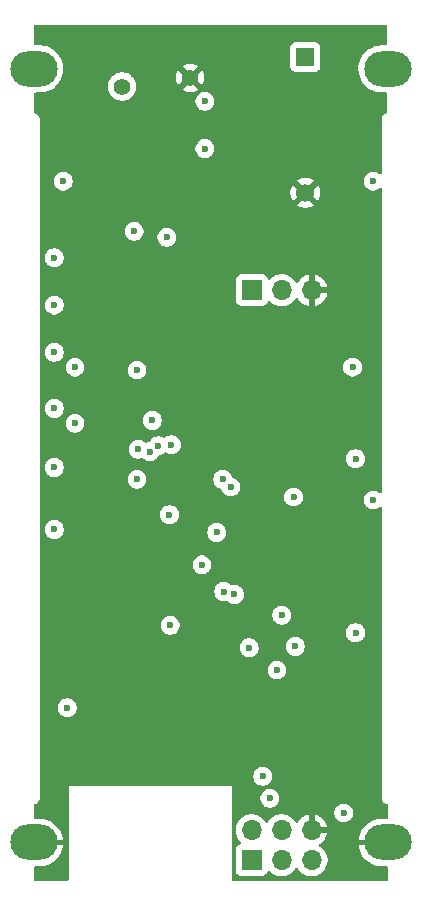
<source format=gbr>
%TF.GenerationSoftware,KiCad,Pcbnew,9.0.0*%
%TF.CreationDate,2025-06-23T21:15:42-05:00*%
%TF.ProjectId,ptSolar,7074536f-6c61-4722-9e6b-696361645f70,rev?*%
%TF.SameCoordinates,Original*%
%TF.FileFunction,Copper,L3,Inr*%
%TF.FilePolarity,Positive*%
%FSLAX46Y46*%
G04 Gerber Fmt 4.6, Leading zero omitted, Abs format (unit mm)*
G04 Created by KiCad (PCBNEW 9.0.0) date 2025-06-23 21:15:42*
%MOMM*%
%LPD*%
G01*
G04 APERTURE LIST*
%TA.AperFunction,ComponentPad*%
%ADD10O,4.000000X3.000000*%
%TD*%
%TA.AperFunction,ComponentPad*%
%ADD11C,1.400000*%
%TD*%
%TA.AperFunction,ComponentPad*%
%ADD12R,1.700000X1.700000*%
%TD*%
%TA.AperFunction,ComponentPad*%
%ADD13O,1.700000X1.700000*%
%TD*%
%TA.AperFunction,ComponentPad*%
%ADD14R,1.524000X1.524000*%
%TD*%
%TA.AperFunction,ComponentPad*%
%ADD15C,1.524000*%
%TD*%
%TA.AperFunction,ViaPad*%
%ADD16C,0.600000*%
%TD*%
G04 APERTURE END LIST*
D10*
%TO.N,Net-(D1-A)*%
%TO.C,PV1*%
X137250000Y-72000000D03*
%TO.N,GND*%
X137250000Y-137500000D03*
%TD*%
D11*
%TO.N,GND*%
%TO.C,ANT2b1*%
X150500000Y-72750000D03*
%TD*%
D10*
%TO.N,Net-(D2-A)*%
%TO.C,PV2*%
X167250000Y-72000000D03*
%TO.N,GND*%
X167250000Y-137500000D03*
%TD*%
D11*
%TO.N,Net-(ANT2-In)*%
%TO.C,ANT2a1*%
X144750000Y-73500000D03*
%TD*%
D12*
%TO.N,MISO*%
%TO.C,J1*%
X155700000Y-139000000D03*
D13*
%TO.N,+BATT*%
X155700000Y-136460000D03*
%TO.N,SCK*%
X158240000Y-139000000D03*
%TO.N,MOSI*%
X158240000Y-136460000D03*
%TO.N,RESET*%
X160780000Y-139000000D03*
%TO.N,GND*%
X160780000Y-136460000D03*
%TD*%
D12*
%TO.N,Net-(J2-Pin_1)*%
%TO.C,J2*%
X155720000Y-90740000D03*
D13*
%TO.N,Net-(J2-Pin_2)*%
X158260000Y-90740000D03*
%TO.N,GND*%
X160800000Y-90740000D03*
%TD*%
D14*
%TO.N,Net-(D1-K)*%
%TO.C,C1*%
X160250000Y-71000000D03*
D15*
%TO.N,GND*%
X160250000Y-82500000D03*
%TD*%
D16*
%TO.N,+BATT*%
X139000000Y-105750000D03*
X139000000Y-96000000D03*
X151750000Y-78750000D03*
X166000000Y-81500000D03*
X139000000Y-100750000D03*
X166000000Y-108500000D03*
X139000000Y-111000000D03*
X139000000Y-92000000D03*
X139000000Y-88000000D03*
%TO.N,GND*%
X151000000Y-85000000D03*
X151000000Y-81500000D03*
X142500000Y-85500000D03*
X165250000Y-69000000D03*
X161300000Y-119300000D03*
X147000000Y-118900000D03*
X152900000Y-132300000D03*
X140750000Y-94000000D03*
X139750000Y-69000000D03*
X165750000Y-77000000D03*
X144250000Y-90500000D03*
X151250000Y-92500000D03*
X157600000Y-103300000D03*
X151750000Y-69000000D03*
X151250000Y-89750000D03*
X160000000Y-109500000D03*
X157750000Y-109500000D03*
X162750000Y-96360000D03*
X155250000Y-113250000D03*
X150500000Y-114500000D03*
X164500000Y-93250000D03*
X151000000Y-76750000D03*
X158000000Y-132100000D03*
X138700000Y-119400000D03*
X150500000Y-112750000D03*
X139000000Y-113750000D03*
X153000000Y-123250000D03*
X159400000Y-123800000D03*
%TO.N,MOSI*%
X157250000Y-133750000D03*
%TO.N,RESET*%
X156650000Y-131900000D03*
X152750000Y-111250000D03*
X155500000Y-121000000D03*
%TO.N,+3.3V*%
X140100000Y-126100000D03*
X148800000Y-119100000D03*
X163500000Y-135000000D03*
X151500000Y-114000000D03*
X158250000Y-118250000D03*
X148531250Y-86250000D03*
X146000000Y-106750000D03*
X146000000Y-97500000D03*
X147300000Y-101768750D03*
%TO.N,Net-(D1-K)*%
X139750000Y-81500000D03*
X151750000Y-74750000D03*
%TO.N,Net-(J2-Pin_2)*%
X153250000Y-106750000D03*
%TO.N,Net-(Q1-D)*%
X148912766Y-103814237D03*
X146100000Y-104200000D03*
%TO.N,Net-(Q3-D)*%
X140750000Y-97250000D03*
%TO.N,XMIT-TX*%
X147100000Y-104400000D03*
X153350000Y-116250000D03*
%TO.N,Net-(U3-MIC-IN)*%
X157850000Y-122900000D03*
%TO.N,Net-(U3-ANTENNA)*%
X145750000Y-85750000D03*
%TO.N,Net-(J2-Pin_1)*%
X153925735Y-107400000D03*
%TO.N,Net-(Q2-D)*%
X140750000Y-102000000D03*
%TO.N,XMIT-RX*%
X154250000Y-116500000D03*
X147800000Y-103900000D03*
%TO.N,Net-(Q4-C)*%
X164500000Y-105000000D03*
%TO.N,Net-(U3-HIGH{slash}LOW)*%
X164250000Y-97250000D03*
%TO.N,Net-(C15-Pad2)*%
X159250000Y-108250000D03*
X164500000Y-119750000D03*
%TO.N,XMIT-TX-AUDIO*%
X148750000Y-109750000D03*
X159400000Y-120900000D03*
%TD*%
%TA.AperFunction,Conductor*%
%TO.N,GND*%
G36*
X167143430Y-68270185D02*
G01*
X167189185Y-68322989D01*
X167200391Y-68374415D01*
X167201358Y-69794206D01*
X167201414Y-69875415D01*
X167181775Y-69942468D01*
X167129002Y-69988259D01*
X167077414Y-69999500D01*
X166618872Y-69999500D01*
X166387772Y-70029926D01*
X166358884Y-70033730D01*
X166105581Y-70101602D01*
X166105571Y-70101605D01*
X165863309Y-70201953D01*
X165863299Y-70201958D01*
X165636196Y-70333075D01*
X165428148Y-70492718D01*
X165242718Y-70678148D01*
X165083075Y-70886196D01*
X164951958Y-71113299D01*
X164951953Y-71113309D01*
X164851605Y-71355571D01*
X164851602Y-71355581D01*
X164783730Y-71608885D01*
X164749500Y-71868872D01*
X164749500Y-72131127D01*
X164766797Y-72262500D01*
X164783730Y-72391116D01*
X164838523Y-72595606D01*
X164851602Y-72644418D01*
X164851605Y-72644428D01*
X164951953Y-72886690D01*
X164951958Y-72886700D01*
X165083075Y-73113803D01*
X165242718Y-73321851D01*
X165242726Y-73321860D01*
X165428140Y-73507274D01*
X165428148Y-73507281D01*
X165636196Y-73666924D01*
X165863299Y-73798041D01*
X165863309Y-73798046D01*
X166105571Y-73898394D01*
X166105581Y-73898398D01*
X166358884Y-73966270D01*
X166618880Y-74000500D01*
X166618887Y-74000500D01*
X167080308Y-74000500D01*
X167147347Y-74020185D01*
X167193102Y-74072989D01*
X167204308Y-74124416D01*
X167205346Y-75648576D01*
X167185707Y-75715628D01*
X167132934Y-75761419D01*
X167113441Y-75768434D01*
X167056815Y-75783607D01*
X167056814Y-75783607D01*
X166942686Y-75849500D01*
X166942683Y-75849502D01*
X166849502Y-75942683D01*
X166849500Y-75942686D01*
X166783608Y-76056812D01*
X166749500Y-76184108D01*
X166749500Y-80818059D01*
X166729815Y-80885098D01*
X166677011Y-80930853D01*
X166607853Y-80940797D01*
X166544297Y-80911772D01*
X166537819Y-80905740D01*
X166510292Y-80878213D01*
X166510288Y-80878210D01*
X166379185Y-80790609D01*
X166379172Y-80790602D01*
X166233501Y-80730264D01*
X166233489Y-80730261D01*
X166078845Y-80699500D01*
X166078842Y-80699500D01*
X165921158Y-80699500D01*
X165921155Y-80699500D01*
X165766510Y-80730261D01*
X165766498Y-80730264D01*
X165620827Y-80790602D01*
X165620814Y-80790609D01*
X165489711Y-80878210D01*
X165489707Y-80878213D01*
X165378213Y-80989707D01*
X165378210Y-80989711D01*
X165290609Y-81120814D01*
X165290602Y-81120827D01*
X165230264Y-81266498D01*
X165230261Y-81266510D01*
X165199500Y-81421153D01*
X165199500Y-81578846D01*
X165230261Y-81733489D01*
X165230264Y-81733501D01*
X165290602Y-81879172D01*
X165290609Y-81879185D01*
X165378210Y-82010288D01*
X165378213Y-82010292D01*
X165489707Y-82121786D01*
X165489711Y-82121789D01*
X165620814Y-82209390D01*
X165620827Y-82209397D01*
X165757626Y-82266060D01*
X165766503Y-82269737D01*
X165921153Y-82300499D01*
X165921156Y-82300500D01*
X165921158Y-82300500D01*
X166078844Y-82300500D01*
X166078845Y-82300499D01*
X166233497Y-82269737D01*
X166379179Y-82209394D01*
X166510289Y-82121789D01*
X166513078Y-82119000D01*
X166537819Y-82094260D01*
X166599142Y-82060775D01*
X166668834Y-82065759D01*
X166724767Y-82107631D01*
X166749184Y-82173095D01*
X166749500Y-82181941D01*
X166749500Y-107818059D01*
X166729815Y-107885098D01*
X166677011Y-107930853D01*
X166607853Y-107940797D01*
X166544297Y-107911772D01*
X166537819Y-107905740D01*
X166510292Y-107878213D01*
X166510288Y-107878210D01*
X166379185Y-107790609D01*
X166379172Y-107790602D01*
X166233501Y-107730264D01*
X166233489Y-107730261D01*
X166078845Y-107699500D01*
X166078842Y-107699500D01*
X165921158Y-107699500D01*
X165921155Y-107699500D01*
X165766510Y-107730261D01*
X165766498Y-107730264D01*
X165620827Y-107790602D01*
X165620814Y-107790609D01*
X165489711Y-107878210D01*
X165489707Y-107878213D01*
X165378213Y-107989707D01*
X165378210Y-107989711D01*
X165290609Y-108120814D01*
X165290602Y-108120827D01*
X165230264Y-108266498D01*
X165230261Y-108266510D01*
X165199500Y-108421153D01*
X165199500Y-108578846D01*
X165230261Y-108733489D01*
X165230264Y-108733501D01*
X165290602Y-108879172D01*
X165290609Y-108879185D01*
X165378210Y-109010288D01*
X165378213Y-109010292D01*
X165489707Y-109121786D01*
X165489711Y-109121789D01*
X165620814Y-109209390D01*
X165620827Y-109209397D01*
X165694013Y-109239711D01*
X165766503Y-109269737D01*
X165921153Y-109300499D01*
X165921156Y-109300500D01*
X165921158Y-109300500D01*
X166078844Y-109300500D01*
X166078845Y-109300499D01*
X166233497Y-109269737D01*
X166379179Y-109209394D01*
X166510289Y-109121789D01*
X166510292Y-109121786D01*
X166537819Y-109094260D01*
X166599142Y-109060775D01*
X166668834Y-109065759D01*
X166724767Y-109107631D01*
X166749184Y-109173095D01*
X166749500Y-109181941D01*
X166749500Y-133684433D01*
X166749500Y-133816217D01*
X166752884Y-133828846D01*
X166783608Y-133943512D01*
X166806689Y-133983489D01*
X166849500Y-134057639D01*
X166942686Y-134150825D01*
X167056814Y-134216717D01*
X167153436Y-134242606D01*
X167213094Y-134278969D01*
X167243624Y-134341816D01*
X167245341Y-134362295D01*
X167246032Y-135375915D01*
X167226393Y-135442968D01*
X167173620Y-135488759D01*
X167122032Y-135500000D01*
X166618905Y-135500000D01*
X166358990Y-135534220D01*
X166358979Y-135534222D01*
X166105744Y-135602075D01*
X165863528Y-135702404D01*
X165863517Y-135702409D01*
X165636471Y-135833496D01*
X165428480Y-135993092D01*
X165428473Y-135993098D01*
X165243098Y-136178473D01*
X165243092Y-136178480D01*
X165083496Y-136386471D01*
X164952409Y-136613517D01*
X164952404Y-136613528D01*
X164852075Y-136855744D01*
X164784221Y-137108983D01*
X164765654Y-137249999D01*
X164765655Y-137250000D01*
X166024015Y-137250000D01*
X166000000Y-137401623D01*
X166000000Y-137598377D01*
X166024015Y-137750000D01*
X164765655Y-137750000D01*
X164784221Y-137891016D01*
X164852075Y-138144255D01*
X164952404Y-138386471D01*
X164952409Y-138386482D01*
X165083496Y-138613528D01*
X165243092Y-138821519D01*
X165243098Y-138821526D01*
X165428473Y-139006901D01*
X165428480Y-139006907D01*
X165636471Y-139166503D01*
X165863517Y-139297590D01*
X165863528Y-139297595D01*
X166105744Y-139397924D01*
X166358979Y-139465777D01*
X166358990Y-139465779D01*
X166618905Y-139499999D01*
X166618920Y-139500000D01*
X167124926Y-139500000D01*
X167191965Y-139519685D01*
X167237720Y-139572489D01*
X167248926Y-139623915D01*
X167249156Y-139960917D01*
X167249421Y-140350500D01*
X167249609Y-140625415D01*
X167229970Y-140692468D01*
X167177197Y-140738259D01*
X167125609Y-140749500D01*
X154124000Y-140749500D01*
X154056961Y-140729815D01*
X154011206Y-140677011D01*
X154000000Y-140625500D01*
X154000000Y-136353713D01*
X154349500Y-136353713D01*
X154349500Y-136566286D01*
X154369844Y-136694737D01*
X154382754Y-136776243D01*
X154447103Y-136974289D01*
X154448444Y-136978414D01*
X154544951Y-137167820D01*
X154669890Y-137339786D01*
X154783430Y-137453326D01*
X154816915Y-137514649D01*
X154811931Y-137584341D01*
X154770059Y-137640274D01*
X154739083Y-137657189D01*
X154607669Y-137706203D01*
X154607664Y-137706206D01*
X154492455Y-137792452D01*
X154492452Y-137792455D01*
X154406206Y-137907664D01*
X154406202Y-137907671D01*
X154355908Y-138042517D01*
X154349501Y-138102116D01*
X154349500Y-138102135D01*
X154349500Y-139897870D01*
X154349501Y-139897876D01*
X154355908Y-139957483D01*
X154406202Y-140092328D01*
X154406206Y-140092335D01*
X154492452Y-140207544D01*
X154492455Y-140207547D01*
X154607664Y-140293793D01*
X154607671Y-140293797D01*
X154742517Y-140344091D01*
X154742516Y-140344091D01*
X154749444Y-140344835D01*
X154802127Y-140350500D01*
X156597872Y-140350499D01*
X156657483Y-140344091D01*
X156792331Y-140293796D01*
X156907546Y-140207546D01*
X156993796Y-140092331D01*
X157042810Y-139960916D01*
X157084681Y-139904984D01*
X157150145Y-139880566D01*
X157218418Y-139895417D01*
X157246673Y-139916569D01*
X157360213Y-140030109D01*
X157532179Y-140155048D01*
X157532181Y-140155049D01*
X157532184Y-140155051D01*
X157721588Y-140251557D01*
X157923757Y-140317246D01*
X158133713Y-140350500D01*
X158133714Y-140350500D01*
X158346286Y-140350500D01*
X158346287Y-140350500D01*
X158556243Y-140317246D01*
X158758412Y-140251557D01*
X158947816Y-140155051D01*
X159034138Y-140092335D01*
X159119786Y-140030109D01*
X159119788Y-140030106D01*
X159119792Y-140030104D01*
X159270104Y-139879792D01*
X159270106Y-139879788D01*
X159270109Y-139879786D01*
X159395048Y-139707820D01*
X159395047Y-139707820D01*
X159395051Y-139707816D01*
X159399514Y-139699054D01*
X159447488Y-139648259D01*
X159515308Y-139631463D01*
X159581444Y-139653999D01*
X159620486Y-139699056D01*
X159624951Y-139707820D01*
X159749890Y-139879786D01*
X159900213Y-140030109D01*
X160072179Y-140155048D01*
X160072181Y-140155049D01*
X160072184Y-140155051D01*
X160261588Y-140251557D01*
X160463757Y-140317246D01*
X160673713Y-140350500D01*
X160673714Y-140350500D01*
X160886286Y-140350500D01*
X160886287Y-140350500D01*
X161096243Y-140317246D01*
X161298412Y-140251557D01*
X161487816Y-140155051D01*
X161574138Y-140092335D01*
X161659786Y-140030109D01*
X161659788Y-140030106D01*
X161659792Y-140030104D01*
X161810104Y-139879792D01*
X161810106Y-139879788D01*
X161810109Y-139879786D01*
X161935048Y-139707820D01*
X161935047Y-139707820D01*
X161935051Y-139707816D01*
X162031557Y-139518412D01*
X162097246Y-139316243D01*
X162130500Y-139106287D01*
X162130500Y-138893713D01*
X162097246Y-138683757D01*
X162031557Y-138481588D01*
X161935051Y-138292184D01*
X161935049Y-138292181D01*
X161935048Y-138292179D01*
X161810109Y-138120213D01*
X161659786Y-137969890D01*
X161487817Y-137844949D01*
X161478504Y-137840204D01*
X161427707Y-137792230D01*
X161410912Y-137724409D01*
X161433449Y-137658274D01*
X161478507Y-137619232D01*
X161487558Y-137614620D01*
X161659459Y-137489727D01*
X161659464Y-137489723D01*
X161809723Y-137339464D01*
X161809727Y-137339459D01*
X161934620Y-137167557D01*
X162031095Y-136978217D01*
X162096757Y-136776129D01*
X162096757Y-136776126D01*
X162107231Y-136710000D01*
X161213012Y-136710000D01*
X161245925Y-136652993D01*
X161280000Y-136525826D01*
X161280000Y-136394174D01*
X161245925Y-136267007D01*
X161213012Y-136210000D01*
X162107231Y-136210000D01*
X162096757Y-136143873D01*
X162096757Y-136143870D01*
X162031095Y-135941782D01*
X161934620Y-135752442D01*
X161809727Y-135580540D01*
X161809723Y-135580535D01*
X161659464Y-135430276D01*
X161659459Y-135430272D01*
X161487557Y-135305379D01*
X161298215Y-135208903D01*
X161096124Y-135143241D01*
X161030000Y-135132768D01*
X161030000Y-136026988D01*
X160972993Y-135994075D01*
X160845826Y-135960000D01*
X160714174Y-135960000D01*
X160587007Y-135994075D01*
X160530000Y-136026988D01*
X160530000Y-135132768D01*
X160529999Y-135132768D01*
X160463875Y-135143241D01*
X160261784Y-135208903D01*
X160072442Y-135305379D01*
X159900540Y-135430272D01*
X159900535Y-135430276D01*
X159750276Y-135580535D01*
X159750272Y-135580540D01*
X159625378Y-135752443D01*
X159620762Y-135761502D01*
X159572784Y-135812295D01*
X159504963Y-135829087D01*
X159438829Y-135806546D01*
X159399794Y-135761493D01*
X159395051Y-135752184D01*
X159395049Y-135752181D01*
X159395048Y-135752179D01*
X159270109Y-135580213D01*
X159119786Y-135429890D01*
X158947820Y-135304951D01*
X158758414Y-135208444D01*
X158758413Y-135208443D01*
X158758412Y-135208443D01*
X158556243Y-135142754D01*
X158556241Y-135142753D01*
X158556240Y-135142753D01*
X158394957Y-135117208D01*
X158346287Y-135109500D01*
X158133713Y-135109500D01*
X158085042Y-135117208D01*
X157923760Y-135142753D01*
X157721585Y-135208444D01*
X157532179Y-135304951D01*
X157360213Y-135429890D01*
X157209890Y-135580213D01*
X157084949Y-135752182D01*
X157080484Y-135760946D01*
X157032509Y-135811742D01*
X156964688Y-135828536D01*
X156898553Y-135805998D01*
X156859516Y-135760946D01*
X156855050Y-135752182D01*
X156730109Y-135580213D01*
X156579786Y-135429890D01*
X156407820Y-135304951D01*
X156218414Y-135208444D01*
X156218413Y-135208443D01*
X156218412Y-135208443D01*
X156016243Y-135142754D01*
X156016241Y-135142753D01*
X156016240Y-135142753D01*
X155854957Y-135117208D01*
X155806287Y-135109500D01*
X155593713Y-135109500D01*
X155545042Y-135117208D01*
X155383760Y-135142753D01*
X155181585Y-135208444D01*
X154992179Y-135304951D01*
X154820213Y-135429890D01*
X154669890Y-135580213D01*
X154544951Y-135752179D01*
X154448444Y-135941585D01*
X154382753Y-136143760D01*
X154349500Y-136353713D01*
X154000000Y-136353713D01*
X154000000Y-134921153D01*
X162699500Y-134921153D01*
X162699500Y-135078846D01*
X162730261Y-135233489D01*
X162730264Y-135233501D01*
X162790602Y-135379172D01*
X162790609Y-135379185D01*
X162878210Y-135510288D01*
X162878213Y-135510292D01*
X162989707Y-135621786D01*
X162989711Y-135621789D01*
X163120814Y-135709390D01*
X163120827Y-135709397D01*
X163266498Y-135769735D01*
X163266503Y-135769737D01*
X163421153Y-135800499D01*
X163421156Y-135800500D01*
X163421158Y-135800500D01*
X163578844Y-135800500D01*
X163578845Y-135800499D01*
X163733497Y-135769737D01*
X163879179Y-135709394D01*
X164010289Y-135621789D01*
X164121789Y-135510289D01*
X164209394Y-135379179D01*
X164269737Y-135233497D01*
X164300500Y-135078842D01*
X164300500Y-134921158D01*
X164300500Y-134921155D01*
X164300499Y-134921153D01*
X164269738Y-134766510D01*
X164269737Y-134766503D01*
X164269735Y-134766498D01*
X164209397Y-134620827D01*
X164209390Y-134620814D01*
X164121789Y-134489711D01*
X164121786Y-134489707D01*
X164010292Y-134378213D01*
X164010288Y-134378210D01*
X163879185Y-134290609D01*
X163879172Y-134290602D01*
X163733501Y-134230264D01*
X163733489Y-134230261D01*
X163578845Y-134199500D01*
X163578842Y-134199500D01*
X163421158Y-134199500D01*
X163421155Y-134199500D01*
X163266510Y-134230261D01*
X163266498Y-134230264D01*
X163120827Y-134290602D01*
X163120814Y-134290609D01*
X162989711Y-134378210D01*
X162989707Y-134378213D01*
X162878213Y-134489707D01*
X162878210Y-134489711D01*
X162790609Y-134620814D01*
X162790602Y-134620827D01*
X162730264Y-134766498D01*
X162730261Y-134766510D01*
X162699500Y-134921153D01*
X154000000Y-134921153D01*
X154000000Y-133671153D01*
X156449500Y-133671153D01*
X156449500Y-133828846D01*
X156480261Y-133983489D01*
X156480264Y-133983501D01*
X156540602Y-134129172D01*
X156540609Y-134129185D01*
X156628210Y-134260288D01*
X156628213Y-134260292D01*
X156739707Y-134371786D01*
X156739711Y-134371789D01*
X156870814Y-134459390D01*
X156870827Y-134459397D01*
X156944013Y-134489711D01*
X157016503Y-134519737D01*
X157171153Y-134550499D01*
X157171156Y-134550500D01*
X157171158Y-134550500D01*
X157328844Y-134550500D01*
X157328845Y-134550499D01*
X157483497Y-134519737D01*
X157629179Y-134459394D01*
X157760289Y-134371789D01*
X157871789Y-134260289D01*
X157959394Y-134129179D01*
X158019737Y-133983497D01*
X158050500Y-133828842D01*
X158050500Y-133671158D01*
X158050500Y-133671155D01*
X158050499Y-133671153D01*
X158019738Y-133516510D01*
X158019737Y-133516503D01*
X158004214Y-133479027D01*
X157959397Y-133370827D01*
X157959390Y-133370814D01*
X157871789Y-133239711D01*
X157871786Y-133239707D01*
X157760292Y-133128213D01*
X157760288Y-133128210D01*
X157629185Y-133040609D01*
X157629172Y-133040602D01*
X157483501Y-132980264D01*
X157483489Y-132980261D01*
X157328845Y-132949500D01*
X157328842Y-132949500D01*
X157171158Y-132949500D01*
X157171155Y-132949500D01*
X157016510Y-132980261D01*
X157016498Y-132980264D01*
X156870827Y-133040602D01*
X156870814Y-133040609D01*
X156739711Y-133128210D01*
X156739707Y-133128213D01*
X156628213Y-133239707D01*
X156628210Y-133239711D01*
X156540609Y-133370814D01*
X156540602Y-133370827D01*
X156480264Y-133516498D01*
X156480261Y-133516510D01*
X156449500Y-133671153D01*
X154000000Y-133671153D01*
X154000000Y-132700000D01*
X140200000Y-132700000D01*
X140200000Y-140625500D01*
X140180315Y-140692539D01*
X140127511Y-140738294D01*
X140076000Y-140749500D01*
X137424000Y-140749500D01*
X137356961Y-140729815D01*
X137311206Y-140677011D01*
X137300000Y-140625500D01*
X137300000Y-139624000D01*
X137319685Y-139556961D01*
X137372489Y-139511206D01*
X137424000Y-139500000D01*
X137881080Y-139500000D01*
X137881094Y-139499999D01*
X138141009Y-139465779D01*
X138141020Y-139465777D01*
X138394255Y-139397924D01*
X138636471Y-139297595D01*
X138636482Y-139297590D01*
X138863528Y-139166503D01*
X139071519Y-139006907D01*
X139071526Y-139006901D01*
X139256901Y-138821526D01*
X139256907Y-138821519D01*
X139416503Y-138613528D01*
X139547590Y-138386482D01*
X139547595Y-138386471D01*
X139647924Y-138144255D01*
X139715778Y-137891016D01*
X139734345Y-137750000D01*
X138475985Y-137750000D01*
X138500000Y-137598377D01*
X138500000Y-137401623D01*
X138475985Y-137250000D01*
X139734345Y-137250000D01*
X139734345Y-137249999D01*
X139715778Y-137108983D01*
X139647924Y-136855744D01*
X139547595Y-136613528D01*
X139547590Y-136613517D01*
X139416503Y-136386471D01*
X139256907Y-136178480D01*
X139256901Y-136178473D01*
X139071526Y-135993098D01*
X139071519Y-135993092D01*
X138863528Y-135833496D01*
X138636482Y-135702409D01*
X138636471Y-135702404D01*
X138394255Y-135602075D01*
X138141020Y-135534222D01*
X138141009Y-135534220D01*
X137881094Y-135500000D01*
X137424000Y-135500000D01*
X137356961Y-135480315D01*
X137311206Y-135427511D01*
X137300000Y-135376000D01*
X137300000Y-134349906D01*
X137319685Y-134282867D01*
X137372489Y-134237112D01*
X137391899Y-134230134D01*
X137443186Y-134216392D01*
X137557314Y-134150500D01*
X137650500Y-134057314D01*
X137716392Y-133943186D01*
X137750500Y-133815892D01*
X137750500Y-133684108D01*
X137750500Y-131821153D01*
X155849500Y-131821153D01*
X155849500Y-131978846D01*
X155880261Y-132133489D01*
X155880264Y-132133501D01*
X155940602Y-132279172D01*
X155940609Y-132279185D01*
X156028210Y-132410288D01*
X156028213Y-132410292D01*
X156139707Y-132521786D01*
X156139711Y-132521789D01*
X156270814Y-132609390D01*
X156270827Y-132609397D01*
X156416498Y-132669735D01*
X156416503Y-132669737D01*
X156568644Y-132700000D01*
X156571153Y-132700499D01*
X156571156Y-132700500D01*
X156571158Y-132700500D01*
X156728844Y-132700500D01*
X156728845Y-132700499D01*
X156883497Y-132669737D01*
X157029179Y-132609394D01*
X157160289Y-132521789D01*
X157271789Y-132410289D01*
X157359394Y-132279179D01*
X157419737Y-132133497D01*
X157450500Y-131978842D01*
X157450500Y-131821158D01*
X157450500Y-131821155D01*
X157450499Y-131821153D01*
X157419738Y-131666510D01*
X157419737Y-131666503D01*
X157419735Y-131666498D01*
X157359397Y-131520827D01*
X157359390Y-131520814D01*
X157271789Y-131389711D01*
X157271786Y-131389707D01*
X157160292Y-131278213D01*
X157160288Y-131278210D01*
X157029185Y-131190609D01*
X157029172Y-131190602D01*
X156883501Y-131130264D01*
X156883489Y-131130261D01*
X156728845Y-131099500D01*
X156728842Y-131099500D01*
X156571158Y-131099500D01*
X156571155Y-131099500D01*
X156416510Y-131130261D01*
X156416498Y-131130264D01*
X156270827Y-131190602D01*
X156270814Y-131190609D01*
X156139711Y-131278210D01*
X156139707Y-131278213D01*
X156028213Y-131389707D01*
X156028210Y-131389711D01*
X155940609Y-131520814D01*
X155940602Y-131520827D01*
X155880264Y-131666498D01*
X155880261Y-131666510D01*
X155849500Y-131821153D01*
X137750500Y-131821153D01*
X137750500Y-126021153D01*
X139299500Y-126021153D01*
X139299500Y-126178846D01*
X139330261Y-126333489D01*
X139330264Y-126333501D01*
X139390602Y-126479172D01*
X139390609Y-126479185D01*
X139478210Y-126610288D01*
X139478213Y-126610292D01*
X139589707Y-126721786D01*
X139589711Y-126721789D01*
X139720814Y-126809390D01*
X139720827Y-126809397D01*
X139866498Y-126869735D01*
X139866503Y-126869737D01*
X140021153Y-126900499D01*
X140021156Y-126900500D01*
X140021158Y-126900500D01*
X140178844Y-126900500D01*
X140178845Y-126900499D01*
X140333497Y-126869737D01*
X140479179Y-126809394D01*
X140610289Y-126721789D01*
X140721789Y-126610289D01*
X140809394Y-126479179D01*
X140869737Y-126333497D01*
X140900500Y-126178842D01*
X140900500Y-126021158D01*
X140900500Y-126021155D01*
X140900499Y-126021153D01*
X140869738Y-125866510D01*
X140869737Y-125866503D01*
X140869735Y-125866498D01*
X140809397Y-125720827D01*
X140809390Y-125720814D01*
X140721789Y-125589711D01*
X140721786Y-125589707D01*
X140610292Y-125478213D01*
X140610288Y-125478210D01*
X140479185Y-125390609D01*
X140479172Y-125390602D01*
X140333501Y-125330264D01*
X140333489Y-125330261D01*
X140178845Y-125299500D01*
X140178842Y-125299500D01*
X140021158Y-125299500D01*
X140021155Y-125299500D01*
X139866510Y-125330261D01*
X139866498Y-125330264D01*
X139720827Y-125390602D01*
X139720814Y-125390609D01*
X139589711Y-125478210D01*
X139589707Y-125478213D01*
X139478213Y-125589707D01*
X139478210Y-125589711D01*
X139390609Y-125720814D01*
X139390602Y-125720827D01*
X139330264Y-125866498D01*
X139330261Y-125866510D01*
X139299500Y-126021153D01*
X137750500Y-126021153D01*
X137750500Y-122821153D01*
X157049500Y-122821153D01*
X157049500Y-122978846D01*
X157080261Y-123133489D01*
X157080264Y-123133501D01*
X157140602Y-123279172D01*
X157140609Y-123279185D01*
X157228210Y-123410288D01*
X157228213Y-123410292D01*
X157339707Y-123521786D01*
X157339711Y-123521789D01*
X157470814Y-123609390D01*
X157470827Y-123609397D01*
X157616498Y-123669735D01*
X157616503Y-123669737D01*
X157771153Y-123700499D01*
X157771156Y-123700500D01*
X157771158Y-123700500D01*
X157928844Y-123700500D01*
X157928845Y-123700499D01*
X158083497Y-123669737D01*
X158229179Y-123609394D01*
X158360289Y-123521789D01*
X158471789Y-123410289D01*
X158559394Y-123279179D01*
X158619737Y-123133497D01*
X158650500Y-122978842D01*
X158650500Y-122821158D01*
X158650500Y-122821155D01*
X158650499Y-122821153D01*
X158619738Y-122666510D01*
X158619737Y-122666503D01*
X158619735Y-122666498D01*
X158559397Y-122520827D01*
X158559390Y-122520814D01*
X158471789Y-122389711D01*
X158471786Y-122389707D01*
X158360292Y-122278213D01*
X158360288Y-122278210D01*
X158229185Y-122190609D01*
X158229172Y-122190602D01*
X158083501Y-122130264D01*
X158083489Y-122130261D01*
X157928845Y-122099500D01*
X157928842Y-122099500D01*
X157771158Y-122099500D01*
X157771155Y-122099500D01*
X157616510Y-122130261D01*
X157616498Y-122130264D01*
X157470827Y-122190602D01*
X157470814Y-122190609D01*
X157339711Y-122278210D01*
X157339707Y-122278213D01*
X157228213Y-122389707D01*
X157228210Y-122389711D01*
X157140609Y-122520814D01*
X157140602Y-122520827D01*
X157080264Y-122666498D01*
X157080261Y-122666510D01*
X157049500Y-122821153D01*
X137750500Y-122821153D01*
X137750500Y-120921153D01*
X154699500Y-120921153D01*
X154699500Y-121078846D01*
X154730261Y-121233489D01*
X154730264Y-121233501D01*
X154790602Y-121379172D01*
X154790609Y-121379185D01*
X154878210Y-121510288D01*
X154878213Y-121510292D01*
X154989707Y-121621786D01*
X154989711Y-121621789D01*
X155120814Y-121709390D01*
X155120827Y-121709397D01*
X155266498Y-121769735D01*
X155266503Y-121769737D01*
X155421153Y-121800499D01*
X155421156Y-121800500D01*
X155421158Y-121800500D01*
X155578844Y-121800500D01*
X155578845Y-121800499D01*
X155733497Y-121769737D01*
X155879179Y-121709394D01*
X156010289Y-121621789D01*
X156121789Y-121510289D01*
X156209394Y-121379179D01*
X156269737Y-121233497D01*
X156300500Y-121078842D01*
X156300500Y-120921158D01*
X156300500Y-120921155D01*
X156284209Y-120839258D01*
X156284209Y-120839257D01*
X156280608Y-120821153D01*
X158599500Y-120821153D01*
X158599500Y-120978846D01*
X158630261Y-121133489D01*
X158630264Y-121133501D01*
X158690602Y-121279172D01*
X158690609Y-121279185D01*
X158778210Y-121410288D01*
X158778213Y-121410292D01*
X158889707Y-121521786D01*
X158889711Y-121521789D01*
X159020814Y-121609390D01*
X159020827Y-121609397D01*
X159166498Y-121669735D01*
X159166503Y-121669737D01*
X159321153Y-121700499D01*
X159321156Y-121700500D01*
X159321158Y-121700500D01*
X159478844Y-121700500D01*
X159478845Y-121700499D01*
X159633497Y-121669737D01*
X159779179Y-121609394D01*
X159910289Y-121521789D01*
X160021789Y-121410289D01*
X160109394Y-121279179D01*
X160169737Y-121133497D01*
X160200500Y-120978842D01*
X160200500Y-120821158D01*
X160200500Y-120821155D01*
X160200499Y-120821153D01*
X160169738Y-120666510D01*
X160169737Y-120666503D01*
X160150812Y-120620814D01*
X160109397Y-120520827D01*
X160109390Y-120520814D01*
X160021789Y-120389711D01*
X160021786Y-120389707D01*
X159910292Y-120278213D01*
X159910288Y-120278210D01*
X159779185Y-120190609D01*
X159779172Y-120190602D01*
X159633501Y-120130264D01*
X159633489Y-120130261D01*
X159478845Y-120099500D01*
X159478842Y-120099500D01*
X159321158Y-120099500D01*
X159321155Y-120099500D01*
X159166510Y-120130261D01*
X159166498Y-120130264D01*
X159020827Y-120190602D01*
X159020814Y-120190609D01*
X158889711Y-120278210D01*
X158889707Y-120278213D01*
X158778213Y-120389707D01*
X158778210Y-120389711D01*
X158690609Y-120520814D01*
X158690602Y-120520827D01*
X158630264Y-120666498D01*
X158630261Y-120666510D01*
X158599500Y-120821153D01*
X156280608Y-120821153D01*
X156269738Y-120766510D01*
X156269737Y-120766503D01*
X156228314Y-120666498D01*
X156209397Y-120620827D01*
X156209390Y-120620814D01*
X156121789Y-120489711D01*
X156121786Y-120489707D01*
X156010292Y-120378213D01*
X156010288Y-120378210D01*
X155879185Y-120290609D01*
X155879172Y-120290602D01*
X155733501Y-120230264D01*
X155733489Y-120230261D01*
X155578845Y-120199500D01*
X155578842Y-120199500D01*
X155421158Y-120199500D01*
X155421155Y-120199500D01*
X155266510Y-120230261D01*
X155266498Y-120230264D01*
X155120827Y-120290602D01*
X155120814Y-120290609D01*
X154989711Y-120378210D01*
X154989707Y-120378213D01*
X154878213Y-120489707D01*
X154878210Y-120489711D01*
X154790609Y-120620814D01*
X154790602Y-120620827D01*
X154730264Y-120766498D01*
X154730261Y-120766510D01*
X154699500Y-120921153D01*
X137750500Y-120921153D01*
X137750500Y-119021153D01*
X147999500Y-119021153D01*
X147999500Y-119178846D01*
X148030261Y-119333489D01*
X148030264Y-119333501D01*
X148090602Y-119479172D01*
X148090609Y-119479185D01*
X148178210Y-119610288D01*
X148178213Y-119610292D01*
X148289707Y-119721786D01*
X148289711Y-119721789D01*
X148420814Y-119809390D01*
X148420827Y-119809397D01*
X148566498Y-119869735D01*
X148566503Y-119869737D01*
X148721153Y-119900499D01*
X148721156Y-119900500D01*
X148721158Y-119900500D01*
X148878844Y-119900500D01*
X148878845Y-119900499D01*
X149033497Y-119869737D01*
X149179179Y-119809394D01*
X149310289Y-119721789D01*
X149360925Y-119671153D01*
X163699500Y-119671153D01*
X163699500Y-119828846D01*
X163730261Y-119983489D01*
X163730264Y-119983501D01*
X163790602Y-120129172D01*
X163790609Y-120129185D01*
X163878210Y-120260288D01*
X163878213Y-120260292D01*
X163989707Y-120371786D01*
X163989711Y-120371789D01*
X164120814Y-120459390D01*
X164120827Y-120459397D01*
X164194013Y-120489711D01*
X164266503Y-120519737D01*
X164421153Y-120550499D01*
X164421156Y-120550500D01*
X164421158Y-120550500D01*
X164578844Y-120550500D01*
X164578845Y-120550499D01*
X164733497Y-120519737D01*
X164879179Y-120459394D01*
X165010289Y-120371789D01*
X165121789Y-120260289D01*
X165209394Y-120129179D01*
X165269737Y-119983497D01*
X165300500Y-119828842D01*
X165300500Y-119671158D01*
X165300500Y-119671155D01*
X165300499Y-119671153D01*
X165269738Y-119516510D01*
X165269737Y-119516503D01*
X165269735Y-119516498D01*
X165209397Y-119370827D01*
X165209390Y-119370814D01*
X165121789Y-119239711D01*
X165121786Y-119239707D01*
X165010292Y-119128213D01*
X165010288Y-119128210D01*
X164879185Y-119040609D01*
X164879172Y-119040602D01*
X164733501Y-118980264D01*
X164733489Y-118980261D01*
X164578845Y-118949500D01*
X164578842Y-118949500D01*
X164421158Y-118949500D01*
X164421155Y-118949500D01*
X164266510Y-118980261D01*
X164266498Y-118980264D01*
X164120827Y-119040602D01*
X164120814Y-119040609D01*
X163989711Y-119128210D01*
X163989707Y-119128213D01*
X163878213Y-119239707D01*
X163878210Y-119239711D01*
X163790609Y-119370814D01*
X163790602Y-119370827D01*
X163730264Y-119516498D01*
X163730261Y-119516510D01*
X163699500Y-119671153D01*
X149360925Y-119671153D01*
X149421789Y-119610289D01*
X149509394Y-119479179D01*
X149569737Y-119333497D01*
X149600500Y-119178842D01*
X149600500Y-119021158D01*
X149600500Y-119021155D01*
X149600499Y-119021153D01*
X149570788Y-118871789D01*
X149569737Y-118866503D01*
X149569735Y-118866498D01*
X149509397Y-118720827D01*
X149509390Y-118720814D01*
X149421789Y-118589711D01*
X149421786Y-118589707D01*
X149310292Y-118478213D01*
X149310288Y-118478210D01*
X149179185Y-118390609D01*
X149179172Y-118390602D01*
X149033501Y-118330264D01*
X149033489Y-118330261D01*
X148878845Y-118299500D01*
X148878842Y-118299500D01*
X148721158Y-118299500D01*
X148721155Y-118299500D01*
X148566510Y-118330261D01*
X148566498Y-118330264D01*
X148420827Y-118390602D01*
X148420814Y-118390609D01*
X148289711Y-118478210D01*
X148289707Y-118478213D01*
X148178213Y-118589707D01*
X148178210Y-118589711D01*
X148090609Y-118720814D01*
X148090602Y-118720827D01*
X148030264Y-118866498D01*
X148030261Y-118866510D01*
X147999500Y-119021153D01*
X137750500Y-119021153D01*
X137750500Y-118171153D01*
X157449500Y-118171153D01*
X157449500Y-118328846D01*
X157480261Y-118483489D01*
X157480264Y-118483501D01*
X157540602Y-118629172D01*
X157540609Y-118629185D01*
X157628210Y-118760288D01*
X157628213Y-118760292D01*
X157739707Y-118871786D01*
X157739711Y-118871789D01*
X157870814Y-118959390D01*
X157870827Y-118959397D01*
X158016498Y-119019735D01*
X158016503Y-119019737D01*
X158171153Y-119050499D01*
X158171156Y-119050500D01*
X158171158Y-119050500D01*
X158328844Y-119050500D01*
X158328845Y-119050499D01*
X158483497Y-119019737D01*
X158629179Y-118959394D01*
X158760289Y-118871789D01*
X158871789Y-118760289D01*
X158959394Y-118629179D01*
X159019737Y-118483497D01*
X159050500Y-118328842D01*
X159050500Y-118171158D01*
X159050500Y-118171155D01*
X159050499Y-118171153D01*
X159019738Y-118016510D01*
X159019737Y-118016503D01*
X159019735Y-118016498D01*
X158959397Y-117870827D01*
X158959390Y-117870814D01*
X158871789Y-117739711D01*
X158871786Y-117739707D01*
X158760292Y-117628213D01*
X158760288Y-117628210D01*
X158629185Y-117540609D01*
X158629172Y-117540602D01*
X158483501Y-117480264D01*
X158483489Y-117480261D01*
X158328845Y-117449500D01*
X158328842Y-117449500D01*
X158171158Y-117449500D01*
X158171155Y-117449500D01*
X158016510Y-117480261D01*
X158016498Y-117480264D01*
X157870827Y-117540602D01*
X157870814Y-117540609D01*
X157739711Y-117628210D01*
X157739707Y-117628213D01*
X157628213Y-117739707D01*
X157628210Y-117739711D01*
X157540609Y-117870814D01*
X157540602Y-117870827D01*
X157480264Y-118016498D01*
X157480261Y-118016510D01*
X157449500Y-118171153D01*
X137750500Y-118171153D01*
X137750500Y-116171153D01*
X152549500Y-116171153D01*
X152549500Y-116328846D01*
X152580261Y-116483489D01*
X152580264Y-116483501D01*
X152640602Y-116629172D01*
X152640609Y-116629185D01*
X152728210Y-116760288D01*
X152728213Y-116760292D01*
X152839707Y-116871786D01*
X152839711Y-116871789D01*
X152970814Y-116959390D01*
X152970827Y-116959397D01*
X153116498Y-117019735D01*
X153116503Y-117019737D01*
X153271153Y-117050499D01*
X153271156Y-117050500D01*
X153271158Y-117050500D01*
X153428844Y-117050500D01*
X153428845Y-117050499D01*
X153465803Y-117043147D01*
X153563667Y-117023682D01*
X153633258Y-117029909D01*
X153675539Y-117057618D01*
X153739707Y-117121786D01*
X153739711Y-117121789D01*
X153870814Y-117209390D01*
X153870827Y-117209397D01*
X154016498Y-117269735D01*
X154016503Y-117269737D01*
X154171153Y-117300499D01*
X154171156Y-117300500D01*
X154171158Y-117300500D01*
X154328844Y-117300500D01*
X154328845Y-117300499D01*
X154483497Y-117269737D01*
X154629179Y-117209394D01*
X154760289Y-117121789D01*
X154871789Y-117010289D01*
X154959394Y-116879179D01*
X155019737Y-116733497D01*
X155050500Y-116578842D01*
X155050500Y-116421158D01*
X155050500Y-116421155D01*
X155050499Y-116421153D01*
X155019738Y-116266510D01*
X155019737Y-116266503D01*
X154980242Y-116171153D01*
X154959397Y-116120827D01*
X154959390Y-116120814D01*
X154871789Y-115989711D01*
X154871786Y-115989707D01*
X154760292Y-115878213D01*
X154760288Y-115878210D01*
X154629185Y-115790609D01*
X154629172Y-115790602D01*
X154483501Y-115730264D01*
X154483489Y-115730261D01*
X154328845Y-115699500D01*
X154328842Y-115699500D01*
X154171158Y-115699500D01*
X154171155Y-115699500D01*
X154036333Y-115726318D01*
X153966742Y-115720091D01*
X153924461Y-115692382D01*
X153860292Y-115628213D01*
X153860288Y-115628210D01*
X153729185Y-115540609D01*
X153729172Y-115540602D01*
X153583501Y-115480264D01*
X153583489Y-115480261D01*
X153428845Y-115449500D01*
X153428842Y-115449500D01*
X153271158Y-115449500D01*
X153271155Y-115449500D01*
X153116510Y-115480261D01*
X153116498Y-115480264D01*
X152970827Y-115540602D01*
X152970814Y-115540609D01*
X152839711Y-115628210D01*
X152839707Y-115628213D01*
X152728213Y-115739707D01*
X152728210Y-115739711D01*
X152640609Y-115870814D01*
X152640602Y-115870827D01*
X152580264Y-116016498D01*
X152580261Y-116016510D01*
X152549500Y-116171153D01*
X137750500Y-116171153D01*
X137750500Y-113921153D01*
X150699500Y-113921153D01*
X150699500Y-114078846D01*
X150730261Y-114233489D01*
X150730264Y-114233501D01*
X150790602Y-114379172D01*
X150790609Y-114379185D01*
X150878210Y-114510288D01*
X150878213Y-114510292D01*
X150989707Y-114621786D01*
X150989711Y-114621789D01*
X151120814Y-114709390D01*
X151120827Y-114709397D01*
X151266498Y-114769735D01*
X151266503Y-114769737D01*
X151421153Y-114800499D01*
X151421156Y-114800500D01*
X151421158Y-114800500D01*
X151578844Y-114800500D01*
X151578845Y-114800499D01*
X151733497Y-114769737D01*
X151879179Y-114709394D01*
X152010289Y-114621789D01*
X152121789Y-114510289D01*
X152209394Y-114379179D01*
X152269737Y-114233497D01*
X152300500Y-114078842D01*
X152300500Y-113921158D01*
X152300500Y-113921155D01*
X152300499Y-113921153D01*
X152269738Y-113766510D01*
X152269737Y-113766503D01*
X152269735Y-113766498D01*
X152209397Y-113620827D01*
X152209390Y-113620814D01*
X152121789Y-113489711D01*
X152121786Y-113489707D01*
X152010292Y-113378213D01*
X152010288Y-113378210D01*
X151879185Y-113290609D01*
X151879172Y-113290602D01*
X151733501Y-113230264D01*
X151733489Y-113230261D01*
X151578845Y-113199500D01*
X151578842Y-113199500D01*
X151421158Y-113199500D01*
X151421155Y-113199500D01*
X151266510Y-113230261D01*
X151266498Y-113230264D01*
X151120827Y-113290602D01*
X151120814Y-113290609D01*
X150989711Y-113378210D01*
X150989707Y-113378213D01*
X150878213Y-113489707D01*
X150878210Y-113489711D01*
X150790609Y-113620814D01*
X150790602Y-113620827D01*
X150730264Y-113766498D01*
X150730261Y-113766510D01*
X150699500Y-113921153D01*
X137750500Y-113921153D01*
X137750500Y-110921153D01*
X138199500Y-110921153D01*
X138199500Y-111078846D01*
X138230261Y-111233489D01*
X138230264Y-111233501D01*
X138290602Y-111379172D01*
X138290609Y-111379185D01*
X138378210Y-111510288D01*
X138378213Y-111510292D01*
X138489707Y-111621786D01*
X138489711Y-111621789D01*
X138620814Y-111709390D01*
X138620827Y-111709397D01*
X138766498Y-111769735D01*
X138766503Y-111769737D01*
X138921153Y-111800499D01*
X138921156Y-111800500D01*
X138921158Y-111800500D01*
X139078844Y-111800500D01*
X139078845Y-111800499D01*
X139233497Y-111769737D01*
X139379179Y-111709394D01*
X139510289Y-111621789D01*
X139621789Y-111510289D01*
X139709394Y-111379179D01*
X139769737Y-111233497D01*
X139782138Y-111171153D01*
X151949500Y-111171153D01*
X151949500Y-111328846D01*
X151980261Y-111483489D01*
X151980264Y-111483501D01*
X152040602Y-111629172D01*
X152040609Y-111629185D01*
X152128210Y-111760288D01*
X152128213Y-111760292D01*
X152239707Y-111871786D01*
X152239711Y-111871789D01*
X152370814Y-111959390D01*
X152370827Y-111959397D01*
X152516498Y-112019735D01*
X152516503Y-112019737D01*
X152671153Y-112050499D01*
X152671156Y-112050500D01*
X152671158Y-112050500D01*
X152828844Y-112050500D01*
X152828845Y-112050499D01*
X152983497Y-112019737D01*
X153129179Y-111959394D01*
X153260289Y-111871789D01*
X153371789Y-111760289D01*
X153459394Y-111629179D01*
X153519737Y-111483497D01*
X153550500Y-111328842D01*
X153550500Y-111171158D01*
X153550500Y-111171155D01*
X153550499Y-111171153D01*
X153519738Y-111016510D01*
X153519737Y-111016503D01*
X153480242Y-110921153D01*
X153459397Y-110870827D01*
X153459390Y-110870814D01*
X153371789Y-110739711D01*
X153371786Y-110739707D01*
X153260292Y-110628213D01*
X153260288Y-110628210D01*
X153129185Y-110540609D01*
X153129172Y-110540602D01*
X152983501Y-110480264D01*
X152983489Y-110480261D01*
X152828845Y-110449500D01*
X152828842Y-110449500D01*
X152671158Y-110449500D01*
X152671155Y-110449500D01*
X152516510Y-110480261D01*
X152516498Y-110480264D01*
X152370827Y-110540602D01*
X152370814Y-110540609D01*
X152239711Y-110628210D01*
X152239707Y-110628213D01*
X152128213Y-110739707D01*
X152128210Y-110739711D01*
X152040609Y-110870814D01*
X152040602Y-110870827D01*
X151980264Y-111016498D01*
X151980261Y-111016510D01*
X151949500Y-111171153D01*
X139782138Y-111171153D01*
X139788161Y-111140874D01*
X139800500Y-111078844D01*
X139800500Y-110921155D01*
X139800499Y-110921153D01*
X139769738Y-110766510D01*
X139769737Y-110766503D01*
X139769735Y-110766498D01*
X139709397Y-110620827D01*
X139709390Y-110620814D01*
X139621789Y-110489711D01*
X139621786Y-110489707D01*
X139510292Y-110378213D01*
X139510288Y-110378210D01*
X139379185Y-110290609D01*
X139379172Y-110290602D01*
X139233501Y-110230264D01*
X139233489Y-110230261D01*
X139078845Y-110199500D01*
X139078842Y-110199500D01*
X138921158Y-110199500D01*
X138921155Y-110199500D01*
X138766510Y-110230261D01*
X138766498Y-110230264D01*
X138620827Y-110290602D01*
X138620814Y-110290609D01*
X138489711Y-110378210D01*
X138489707Y-110378213D01*
X138378213Y-110489707D01*
X138378210Y-110489711D01*
X138290609Y-110620814D01*
X138290602Y-110620827D01*
X138230264Y-110766498D01*
X138230261Y-110766510D01*
X138199500Y-110921153D01*
X137750500Y-110921153D01*
X137750500Y-109671153D01*
X147949500Y-109671153D01*
X147949500Y-109828846D01*
X147980261Y-109983489D01*
X147980264Y-109983501D01*
X148040602Y-110129172D01*
X148040609Y-110129185D01*
X148128210Y-110260288D01*
X148128213Y-110260292D01*
X148239707Y-110371786D01*
X148239711Y-110371789D01*
X148370814Y-110459390D01*
X148370827Y-110459397D01*
X148444013Y-110489711D01*
X148516503Y-110519737D01*
X148671153Y-110550499D01*
X148671156Y-110550500D01*
X148671158Y-110550500D01*
X148828844Y-110550500D01*
X148828845Y-110550499D01*
X148983497Y-110519737D01*
X149129179Y-110459394D01*
X149260289Y-110371789D01*
X149371789Y-110260289D01*
X149459394Y-110129179D01*
X149519737Y-109983497D01*
X149550500Y-109828842D01*
X149550500Y-109671158D01*
X149550500Y-109671155D01*
X149550499Y-109671153D01*
X149519738Y-109516510D01*
X149519737Y-109516503D01*
X149519735Y-109516498D01*
X149459397Y-109370827D01*
X149459390Y-109370814D01*
X149371789Y-109239711D01*
X149371786Y-109239707D01*
X149260292Y-109128213D01*
X149260288Y-109128210D01*
X149129185Y-109040609D01*
X149129172Y-109040602D01*
X148983501Y-108980264D01*
X148983489Y-108980261D01*
X148828845Y-108949500D01*
X148828842Y-108949500D01*
X148671158Y-108949500D01*
X148671155Y-108949500D01*
X148516510Y-108980261D01*
X148516498Y-108980264D01*
X148370827Y-109040602D01*
X148370814Y-109040609D01*
X148239711Y-109128210D01*
X148239707Y-109128213D01*
X148128213Y-109239707D01*
X148128210Y-109239711D01*
X148040609Y-109370814D01*
X148040602Y-109370827D01*
X147980264Y-109516498D01*
X147980261Y-109516510D01*
X147949500Y-109671153D01*
X137750500Y-109671153D01*
X137750500Y-106671153D01*
X145199500Y-106671153D01*
X145199500Y-106828846D01*
X145230261Y-106983489D01*
X145230264Y-106983501D01*
X145290602Y-107129172D01*
X145290609Y-107129185D01*
X145378210Y-107260288D01*
X145378213Y-107260292D01*
X145489707Y-107371786D01*
X145489711Y-107371789D01*
X145620814Y-107459390D01*
X145620827Y-107459397D01*
X145766498Y-107519735D01*
X145766503Y-107519737D01*
X145888184Y-107543941D01*
X145921153Y-107550499D01*
X145921156Y-107550500D01*
X145921158Y-107550500D01*
X146078844Y-107550500D01*
X146078845Y-107550499D01*
X146233497Y-107519737D01*
X146379179Y-107459394D01*
X146510289Y-107371789D01*
X146621789Y-107260289D01*
X146709394Y-107129179D01*
X146769737Y-106983497D01*
X146800500Y-106828842D01*
X146800500Y-106671158D01*
X146800500Y-106671155D01*
X146800499Y-106671153D01*
X152449500Y-106671153D01*
X152449500Y-106828846D01*
X152480261Y-106983489D01*
X152480264Y-106983501D01*
X152540602Y-107129172D01*
X152540609Y-107129185D01*
X152628210Y-107260288D01*
X152628213Y-107260292D01*
X152739707Y-107371786D01*
X152739711Y-107371789D01*
X152870814Y-107459390D01*
X152870827Y-107459397D01*
X153016498Y-107519735D01*
X153016503Y-107519737D01*
X153039020Y-107524216D01*
X153056921Y-107527777D01*
X153118832Y-107560161D01*
X153153406Y-107620877D01*
X153154346Y-107625197D01*
X153155995Y-107633488D01*
X153155999Y-107633501D01*
X153216337Y-107779172D01*
X153216344Y-107779185D01*
X153303945Y-107910288D01*
X153303948Y-107910292D01*
X153415442Y-108021786D01*
X153415446Y-108021789D01*
X153546549Y-108109390D01*
X153546562Y-108109397D01*
X153692233Y-108169735D01*
X153692238Y-108169737D01*
X153846888Y-108200499D01*
X153846891Y-108200500D01*
X153846893Y-108200500D01*
X154004579Y-108200500D01*
X154004580Y-108200499D01*
X154152113Y-108171153D01*
X158449500Y-108171153D01*
X158449500Y-108328846D01*
X158480261Y-108483489D01*
X158480264Y-108483501D01*
X158540602Y-108629172D01*
X158540609Y-108629185D01*
X158628210Y-108760288D01*
X158628213Y-108760292D01*
X158739707Y-108871786D01*
X158739711Y-108871789D01*
X158870814Y-108959390D01*
X158870827Y-108959397D01*
X159016498Y-109019735D01*
X159016503Y-109019737D01*
X159171153Y-109050499D01*
X159171156Y-109050500D01*
X159171158Y-109050500D01*
X159328844Y-109050500D01*
X159328845Y-109050499D01*
X159483497Y-109019737D01*
X159629179Y-108959394D01*
X159760289Y-108871789D01*
X159871789Y-108760289D01*
X159959394Y-108629179D01*
X160019737Y-108483497D01*
X160050500Y-108328842D01*
X160050500Y-108171158D01*
X160050500Y-108171155D01*
X160050499Y-108171153D01*
X160020788Y-108021789D01*
X160019737Y-108016503D01*
X160019735Y-108016498D01*
X159959397Y-107870827D01*
X159959390Y-107870814D01*
X159871789Y-107739711D01*
X159871786Y-107739707D01*
X159760292Y-107628213D01*
X159760288Y-107628210D01*
X159629185Y-107540609D01*
X159629172Y-107540602D01*
X159483501Y-107480264D01*
X159483489Y-107480261D01*
X159328845Y-107449500D01*
X159328842Y-107449500D01*
X159171158Y-107449500D01*
X159171155Y-107449500D01*
X159016510Y-107480261D01*
X159016498Y-107480264D01*
X158870827Y-107540602D01*
X158870814Y-107540609D01*
X158739711Y-107628210D01*
X158739707Y-107628213D01*
X158628213Y-107739707D01*
X158628210Y-107739711D01*
X158540609Y-107870814D01*
X158540602Y-107870827D01*
X158480264Y-108016498D01*
X158480261Y-108016510D01*
X158449500Y-108171153D01*
X154152113Y-108171153D01*
X154159232Y-108169737D01*
X154277327Y-108120821D01*
X154304907Y-108109397D01*
X154304907Y-108109396D01*
X154304914Y-108109394D01*
X154304920Y-108109390D01*
X154375899Y-108061964D01*
X154406959Y-108041209D01*
X154436024Y-108021789D01*
X154547524Y-107910289D01*
X154635129Y-107779179D01*
X154695472Y-107633497D01*
X154726235Y-107478842D01*
X154726235Y-107321158D01*
X154726235Y-107321155D01*
X154726234Y-107321153D01*
X154695473Y-107166510D01*
X154695472Y-107166503D01*
X154695470Y-107166498D01*
X154635132Y-107020827D01*
X154635125Y-107020814D01*
X154547524Y-106889711D01*
X154547521Y-106889707D01*
X154436027Y-106778213D01*
X154436023Y-106778210D01*
X154304920Y-106690609D01*
X154304907Y-106690602D01*
X154159236Y-106630264D01*
X154159226Y-106630261D01*
X154118811Y-106622222D01*
X154056900Y-106589836D01*
X154022326Y-106529120D01*
X154021397Y-106524849D01*
X154019737Y-106516503D01*
X153959794Y-106371786D01*
X153959397Y-106370827D01*
X153959390Y-106370814D01*
X153871789Y-106239711D01*
X153871786Y-106239707D01*
X153760292Y-106128213D01*
X153760288Y-106128210D01*
X153629185Y-106040609D01*
X153629172Y-106040602D01*
X153483501Y-105980264D01*
X153483489Y-105980261D01*
X153328845Y-105949500D01*
X153328842Y-105949500D01*
X153171158Y-105949500D01*
X153171155Y-105949500D01*
X153016510Y-105980261D01*
X153016498Y-105980264D01*
X152870827Y-106040602D01*
X152870814Y-106040609D01*
X152739711Y-106128210D01*
X152739707Y-106128213D01*
X152628213Y-106239707D01*
X152628210Y-106239711D01*
X152540609Y-106370814D01*
X152540602Y-106370827D01*
X152480264Y-106516498D01*
X152480261Y-106516510D01*
X152449500Y-106671153D01*
X146800499Y-106671153D01*
X146775097Y-106543449D01*
X146769737Y-106516503D01*
X146709794Y-106371786D01*
X146709397Y-106370827D01*
X146709390Y-106370814D01*
X146621789Y-106239711D01*
X146621786Y-106239707D01*
X146510292Y-106128213D01*
X146510288Y-106128210D01*
X146379185Y-106040609D01*
X146379172Y-106040602D01*
X146233501Y-105980264D01*
X146233489Y-105980261D01*
X146078845Y-105949500D01*
X146078842Y-105949500D01*
X145921158Y-105949500D01*
X145921155Y-105949500D01*
X145766510Y-105980261D01*
X145766498Y-105980264D01*
X145620827Y-106040602D01*
X145620814Y-106040609D01*
X145489711Y-106128210D01*
X145489707Y-106128213D01*
X145378213Y-106239707D01*
X145378210Y-106239711D01*
X145290609Y-106370814D01*
X145290602Y-106370827D01*
X145230264Y-106516498D01*
X145230261Y-106516510D01*
X145199500Y-106671153D01*
X137750500Y-106671153D01*
X137750500Y-105671153D01*
X138199500Y-105671153D01*
X138199500Y-105828846D01*
X138230261Y-105983489D01*
X138230264Y-105983501D01*
X138290602Y-106129172D01*
X138290609Y-106129185D01*
X138378210Y-106260288D01*
X138378213Y-106260292D01*
X138489707Y-106371786D01*
X138489711Y-106371789D01*
X138620814Y-106459390D01*
X138620827Y-106459397D01*
X138758695Y-106516503D01*
X138766503Y-106519737D01*
X138921153Y-106550499D01*
X138921156Y-106550500D01*
X138921158Y-106550500D01*
X139078844Y-106550500D01*
X139078845Y-106550499D01*
X139089179Y-106548443D01*
X139114287Y-106543450D01*
X139114292Y-106543449D01*
X139208099Y-106524789D01*
X139233497Y-106519737D01*
X139379179Y-106459394D01*
X139510289Y-106371789D01*
X139621789Y-106260289D01*
X139709394Y-106129179D01*
X139769737Y-105983497D01*
X139800500Y-105828842D01*
X139800500Y-105671158D01*
X139800500Y-105671155D01*
X139800499Y-105671153D01*
X139769738Y-105516510D01*
X139769737Y-105516503D01*
X139767163Y-105510288D01*
X139709397Y-105370827D01*
X139709390Y-105370814D01*
X139621789Y-105239711D01*
X139621786Y-105239707D01*
X139510292Y-105128213D01*
X139510288Y-105128210D01*
X139379185Y-105040609D01*
X139379172Y-105040602D01*
X139233501Y-104980264D01*
X139233489Y-104980261D01*
X139078845Y-104949500D01*
X139078842Y-104949500D01*
X138921158Y-104949500D01*
X138921155Y-104949500D01*
X138766510Y-104980261D01*
X138766498Y-104980264D01*
X138620827Y-105040602D01*
X138620814Y-105040609D01*
X138489711Y-105128210D01*
X138489707Y-105128213D01*
X138378213Y-105239707D01*
X138378210Y-105239711D01*
X138290609Y-105370814D01*
X138290602Y-105370827D01*
X138230264Y-105516498D01*
X138230261Y-105516510D01*
X138199500Y-105671153D01*
X137750500Y-105671153D01*
X137750500Y-104121153D01*
X145299500Y-104121153D01*
X145299500Y-104278846D01*
X145330261Y-104433489D01*
X145330264Y-104433501D01*
X145390602Y-104579172D01*
X145390609Y-104579185D01*
X145478210Y-104710288D01*
X145478213Y-104710292D01*
X145589707Y-104821786D01*
X145589711Y-104821789D01*
X145720814Y-104909390D01*
X145720827Y-104909397D01*
X145817646Y-104949500D01*
X145866503Y-104969737D01*
X146021153Y-105000499D01*
X146021156Y-105000500D01*
X146021158Y-105000500D01*
X146178844Y-105000500D01*
X146178845Y-105000499D01*
X146333497Y-104969737D01*
X146401315Y-104941645D01*
X146470782Y-104934177D01*
X146533261Y-104965452D01*
X146536447Y-104968526D01*
X146589707Y-105021786D01*
X146589711Y-105021789D01*
X146720814Y-105109390D01*
X146720827Y-105109397D01*
X146766254Y-105128213D01*
X146866503Y-105169737D01*
X147021153Y-105200499D01*
X147021156Y-105200500D01*
X147021158Y-105200500D01*
X147178844Y-105200500D01*
X147178845Y-105200499D01*
X147333497Y-105169737D01*
X147479179Y-105109394D01*
X147610289Y-105021789D01*
X147710925Y-104921153D01*
X163699500Y-104921153D01*
X163699500Y-105078846D01*
X163730261Y-105233489D01*
X163730264Y-105233501D01*
X163790602Y-105379172D01*
X163790609Y-105379185D01*
X163878210Y-105510288D01*
X163878213Y-105510292D01*
X163989707Y-105621786D01*
X163989711Y-105621789D01*
X164120814Y-105709390D01*
X164120827Y-105709397D01*
X164266498Y-105769735D01*
X164266503Y-105769737D01*
X164421153Y-105800499D01*
X164421156Y-105800500D01*
X164421158Y-105800500D01*
X164578844Y-105800500D01*
X164578845Y-105800499D01*
X164733497Y-105769737D01*
X164879179Y-105709394D01*
X165010289Y-105621789D01*
X165121789Y-105510289D01*
X165209394Y-105379179D01*
X165212854Y-105370827D01*
X165267163Y-105239711D01*
X165269737Y-105233497D01*
X165300500Y-105078842D01*
X165300500Y-104921158D01*
X165300500Y-104921155D01*
X165300499Y-104921153D01*
X165280734Y-104821789D01*
X165269737Y-104766503D01*
X165242398Y-104700500D01*
X165209397Y-104620827D01*
X165209390Y-104620814D01*
X165121789Y-104489711D01*
X165121786Y-104489707D01*
X165010292Y-104378213D01*
X165010288Y-104378210D01*
X164879185Y-104290609D01*
X164879172Y-104290602D01*
X164733501Y-104230264D01*
X164733489Y-104230261D01*
X164578845Y-104199500D01*
X164578842Y-104199500D01*
X164421158Y-104199500D01*
X164421155Y-104199500D01*
X164266510Y-104230261D01*
X164266498Y-104230264D01*
X164120827Y-104290602D01*
X164120814Y-104290609D01*
X163989711Y-104378210D01*
X163989707Y-104378213D01*
X163878213Y-104489707D01*
X163878210Y-104489711D01*
X163790609Y-104620814D01*
X163790602Y-104620827D01*
X163730264Y-104766498D01*
X163730261Y-104766510D01*
X163699500Y-104921153D01*
X147710925Y-104921153D01*
X147721789Y-104910289D01*
X147809394Y-104779179D01*
X147817074Y-104760635D01*
X147822217Y-104752266D01*
X147841146Y-104735179D01*
X147857145Y-104715324D01*
X147868473Y-104710512D01*
X147874082Y-104705450D01*
X147884383Y-104703754D01*
X147903678Y-104695559D01*
X148033497Y-104669737D01*
X148151592Y-104620821D01*
X148179172Y-104609397D01*
X148179172Y-104609396D01*
X148179179Y-104609394D01*
X148310289Y-104521789D01*
X148326665Y-104505412D01*
X148387986Y-104471926D01*
X148457678Y-104476909D01*
X148483237Y-104489989D01*
X148533582Y-104523628D01*
X148533593Y-104523634D01*
X148667676Y-104579172D01*
X148679269Y-104583974D01*
X148833919Y-104614736D01*
X148833922Y-104614737D01*
X148833924Y-104614737D01*
X148991610Y-104614737D01*
X148991611Y-104614736D01*
X149146263Y-104583974D01*
X149291945Y-104523631D01*
X149423055Y-104436026D01*
X149534555Y-104324526D01*
X149622160Y-104193416D01*
X149682503Y-104047734D01*
X149713266Y-103893079D01*
X149713266Y-103735395D01*
X149713266Y-103735392D01*
X149713265Y-103735390D01*
X149682503Y-103580740D01*
X149681456Y-103578213D01*
X149622163Y-103435064D01*
X149622156Y-103435051D01*
X149534555Y-103303948D01*
X149534552Y-103303944D01*
X149423058Y-103192450D01*
X149423054Y-103192447D01*
X149291951Y-103104846D01*
X149291938Y-103104839D01*
X149146267Y-103044501D01*
X149146255Y-103044498D01*
X148991611Y-103013737D01*
X148991608Y-103013737D01*
X148833924Y-103013737D01*
X148833921Y-103013737D01*
X148679276Y-103044498D01*
X148679264Y-103044501D01*
X148533593Y-103104839D01*
X148533580Y-103104846D01*
X148402480Y-103192445D01*
X148402473Y-103192450D01*
X148386094Y-103208829D01*
X148324769Y-103242311D01*
X148255078Y-103237324D01*
X148229526Y-103224246D01*
X148179185Y-103190609D01*
X148179172Y-103190602D01*
X148033501Y-103130264D01*
X148033489Y-103130261D01*
X147878845Y-103099500D01*
X147878842Y-103099500D01*
X147721158Y-103099500D01*
X147721155Y-103099500D01*
X147566510Y-103130261D01*
X147566498Y-103130264D01*
X147420827Y-103190602D01*
X147420814Y-103190609D01*
X147289711Y-103278210D01*
X147289707Y-103278213D01*
X147178213Y-103389707D01*
X147178210Y-103389711D01*
X147090609Y-103520814D01*
X147090603Y-103520826D01*
X147086688Y-103530278D01*
X147084596Y-103532873D01*
X147084068Y-103536166D01*
X147062829Y-103559884D01*
X147042846Y-103584681D01*
X147039019Y-103586473D01*
X147037458Y-103588217D01*
X147023798Y-103593603D01*
X147005119Y-103602354D01*
X147000755Y-103603558D01*
X146866503Y-103630263D01*
X146791614Y-103661281D01*
X146784223Y-103663322D01*
X146756637Y-103662872D01*
X146729213Y-103665820D01*
X146722202Y-103662310D01*
X146714362Y-103662183D01*
X146691400Y-103646891D01*
X146666734Y-103634544D01*
X146663551Y-103631472D01*
X146610292Y-103578213D01*
X146610288Y-103578210D01*
X146479185Y-103490609D01*
X146479172Y-103490602D01*
X146333501Y-103430264D01*
X146333489Y-103430261D01*
X146178845Y-103399500D01*
X146178842Y-103399500D01*
X146021158Y-103399500D01*
X146021155Y-103399500D01*
X145866510Y-103430261D01*
X145866498Y-103430264D01*
X145720827Y-103490602D01*
X145720814Y-103490609D01*
X145589711Y-103578210D01*
X145589707Y-103578213D01*
X145478213Y-103689707D01*
X145478210Y-103689711D01*
X145390609Y-103820814D01*
X145390602Y-103820827D01*
X145330264Y-103966498D01*
X145330261Y-103966510D01*
X145299500Y-104121153D01*
X137750500Y-104121153D01*
X137750500Y-101921153D01*
X139949500Y-101921153D01*
X139949500Y-102078846D01*
X139980261Y-102233489D01*
X139980264Y-102233501D01*
X140040602Y-102379172D01*
X140040609Y-102379185D01*
X140128210Y-102510288D01*
X140128213Y-102510292D01*
X140239707Y-102621786D01*
X140239711Y-102621789D01*
X140370814Y-102709390D01*
X140370827Y-102709397D01*
X140516498Y-102769735D01*
X140516503Y-102769737D01*
X140671153Y-102800499D01*
X140671156Y-102800500D01*
X140671158Y-102800500D01*
X140828844Y-102800500D01*
X140828845Y-102800499D01*
X140983497Y-102769737D01*
X141129179Y-102709394D01*
X141260289Y-102621789D01*
X141371789Y-102510289D01*
X141459394Y-102379179D01*
X141519737Y-102233497D01*
X141550500Y-102078842D01*
X141550500Y-101921158D01*
X141550500Y-101921155D01*
X141550499Y-101921153D01*
X141519737Y-101766503D01*
X141488008Y-101689903D01*
X146499500Y-101689903D01*
X146499500Y-101847596D01*
X146530261Y-102002239D01*
X146530264Y-102002251D01*
X146590602Y-102147922D01*
X146590609Y-102147935D01*
X146678210Y-102279038D01*
X146678213Y-102279042D01*
X146789707Y-102390536D01*
X146789711Y-102390539D01*
X146920814Y-102478140D01*
X146920827Y-102478147D01*
X147066498Y-102538485D01*
X147066503Y-102538487D01*
X147221153Y-102569249D01*
X147221156Y-102569250D01*
X147221158Y-102569250D01*
X147378844Y-102569250D01*
X147378845Y-102569249D01*
X147533497Y-102538487D01*
X147679179Y-102478144D01*
X147810289Y-102390539D01*
X147921789Y-102279039D01*
X148009394Y-102147929D01*
X148069737Y-102002247D01*
X148100500Y-101847592D01*
X148100500Y-101689908D01*
X148100500Y-101689905D01*
X148100499Y-101689903D01*
X148086758Y-101620823D01*
X148069737Y-101535253D01*
X148050873Y-101489711D01*
X148009397Y-101389577D01*
X148009390Y-101389564D01*
X147921789Y-101258461D01*
X147921786Y-101258457D01*
X147810292Y-101146963D01*
X147810288Y-101146960D01*
X147679185Y-101059359D01*
X147679172Y-101059352D01*
X147533501Y-100999014D01*
X147533489Y-100999011D01*
X147378845Y-100968250D01*
X147378842Y-100968250D01*
X147221158Y-100968250D01*
X147221155Y-100968250D01*
X147066510Y-100999011D01*
X147066498Y-100999014D01*
X146920827Y-101059352D01*
X146920814Y-101059359D01*
X146789711Y-101146960D01*
X146789707Y-101146963D01*
X146678213Y-101258457D01*
X146678210Y-101258461D01*
X146590609Y-101389564D01*
X146590602Y-101389577D01*
X146530264Y-101535248D01*
X146530261Y-101535260D01*
X146499500Y-101689903D01*
X141488008Y-101689903D01*
X141471666Y-101650450D01*
X141459395Y-101620823D01*
X141459390Y-101620814D01*
X141371789Y-101489711D01*
X141371786Y-101489707D01*
X141260292Y-101378213D01*
X141260288Y-101378210D01*
X141129185Y-101290609D01*
X141129172Y-101290602D01*
X140983501Y-101230264D01*
X140983489Y-101230261D01*
X140828845Y-101199500D01*
X140828842Y-101199500D01*
X140671158Y-101199500D01*
X140671155Y-101199500D01*
X140516510Y-101230261D01*
X140516498Y-101230264D01*
X140370827Y-101290602D01*
X140370814Y-101290609D01*
X140239711Y-101378210D01*
X140239707Y-101378213D01*
X140128213Y-101489707D01*
X140128210Y-101489711D01*
X140040609Y-101620814D01*
X140040602Y-101620827D01*
X139980264Y-101766498D01*
X139980261Y-101766510D01*
X139949500Y-101921153D01*
X137750500Y-101921153D01*
X137750500Y-100671153D01*
X138199500Y-100671153D01*
X138199500Y-100828846D01*
X138230261Y-100983489D01*
X138230264Y-100983501D01*
X138290602Y-101129172D01*
X138290609Y-101129185D01*
X138378210Y-101260288D01*
X138378213Y-101260292D01*
X138489707Y-101371786D01*
X138489711Y-101371789D01*
X138620814Y-101459390D01*
X138620827Y-101459397D01*
X138694013Y-101489711D01*
X138766503Y-101519737D01*
X138921153Y-101550499D01*
X138921156Y-101550500D01*
X138921158Y-101550500D01*
X139078844Y-101550500D01*
X139078845Y-101550499D01*
X139233497Y-101519737D01*
X139379179Y-101459394D01*
X139510289Y-101371789D01*
X139621789Y-101260289D01*
X139709394Y-101129179D01*
X139769737Y-100983497D01*
X139800500Y-100828842D01*
X139800500Y-100671158D01*
X139800500Y-100671155D01*
X139800499Y-100671153D01*
X139769738Y-100516510D01*
X139769737Y-100516503D01*
X139769735Y-100516498D01*
X139709397Y-100370827D01*
X139709390Y-100370814D01*
X139621789Y-100239711D01*
X139621786Y-100239707D01*
X139510292Y-100128213D01*
X139510288Y-100128210D01*
X139379185Y-100040609D01*
X139379172Y-100040602D01*
X139233501Y-99980264D01*
X139233489Y-99980261D01*
X139078845Y-99949500D01*
X139078842Y-99949500D01*
X138921158Y-99949500D01*
X138921155Y-99949500D01*
X138766510Y-99980261D01*
X138766498Y-99980264D01*
X138620827Y-100040602D01*
X138620814Y-100040609D01*
X138489711Y-100128210D01*
X138489707Y-100128213D01*
X138378213Y-100239707D01*
X138378210Y-100239711D01*
X138290609Y-100370814D01*
X138290602Y-100370827D01*
X138230264Y-100516498D01*
X138230261Y-100516510D01*
X138199500Y-100671153D01*
X137750500Y-100671153D01*
X137750500Y-97171153D01*
X139949500Y-97171153D01*
X139949500Y-97328846D01*
X139980261Y-97483489D01*
X139980264Y-97483501D01*
X140040602Y-97629172D01*
X140040609Y-97629185D01*
X140128210Y-97760288D01*
X140128213Y-97760292D01*
X140239707Y-97871786D01*
X140239711Y-97871789D01*
X140370814Y-97959390D01*
X140370827Y-97959397D01*
X140516498Y-98019735D01*
X140516503Y-98019737D01*
X140671153Y-98050499D01*
X140671156Y-98050500D01*
X140671158Y-98050500D01*
X140828844Y-98050500D01*
X140828845Y-98050499D01*
X140983497Y-98019737D01*
X141129179Y-97959394D01*
X141260289Y-97871789D01*
X141371789Y-97760289D01*
X141459394Y-97629179D01*
X141519737Y-97483497D01*
X141532138Y-97421153D01*
X145199500Y-97421153D01*
X145199500Y-97578846D01*
X145230261Y-97733489D01*
X145230264Y-97733501D01*
X145290602Y-97879172D01*
X145290609Y-97879185D01*
X145378210Y-98010288D01*
X145378213Y-98010292D01*
X145489707Y-98121786D01*
X145489711Y-98121789D01*
X145620814Y-98209390D01*
X145620827Y-98209397D01*
X145766498Y-98269735D01*
X145766503Y-98269737D01*
X145921153Y-98300499D01*
X145921156Y-98300500D01*
X145921158Y-98300500D01*
X146078844Y-98300500D01*
X146078845Y-98300499D01*
X146233497Y-98269737D01*
X146379179Y-98209394D01*
X146510289Y-98121789D01*
X146621789Y-98010289D01*
X146709394Y-97879179D01*
X146769737Y-97733497D01*
X146800500Y-97578842D01*
X146800500Y-97421158D01*
X146800500Y-97421155D01*
X146800499Y-97421153D01*
X146769738Y-97266510D01*
X146769737Y-97266503D01*
X146730242Y-97171153D01*
X163449500Y-97171153D01*
X163449500Y-97328846D01*
X163480261Y-97483489D01*
X163480264Y-97483501D01*
X163540602Y-97629172D01*
X163540609Y-97629185D01*
X163628210Y-97760288D01*
X163628213Y-97760292D01*
X163739707Y-97871786D01*
X163739711Y-97871789D01*
X163870814Y-97959390D01*
X163870827Y-97959397D01*
X164016498Y-98019735D01*
X164016503Y-98019737D01*
X164171153Y-98050499D01*
X164171156Y-98050500D01*
X164171158Y-98050500D01*
X164328844Y-98050500D01*
X164328845Y-98050499D01*
X164483497Y-98019737D01*
X164629179Y-97959394D01*
X164760289Y-97871789D01*
X164871789Y-97760289D01*
X164959394Y-97629179D01*
X165019737Y-97483497D01*
X165050500Y-97328842D01*
X165050500Y-97171158D01*
X165050500Y-97171155D01*
X165050499Y-97171153D01*
X165019738Y-97016510D01*
X165019737Y-97016503D01*
X165019735Y-97016498D01*
X164959397Y-96870827D01*
X164959390Y-96870814D01*
X164871789Y-96739711D01*
X164871786Y-96739707D01*
X164760292Y-96628213D01*
X164760288Y-96628210D01*
X164629185Y-96540609D01*
X164629172Y-96540602D01*
X164483501Y-96480264D01*
X164483489Y-96480261D01*
X164328845Y-96449500D01*
X164328842Y-96449500D01*
X164171158Y-96449500D01*
X164171155Y-96449500D01*
X164016510Y-96480261D01*
X164016498Y-96480264D01*
X163870827Y-96540602D01*
X163870814Y-96540609D01*
X163739711Y-96628210D01*
X163739707Y-96628213D01*
X163628213Y-96739707D01*
X163628210Y-96739711D01*
X163540609Y-96870814D01*
X163540602Y-96870827D01*
X163480264Y-97016498D01*
X163480261Y-97016510D01*
X163449500Y-97171153D01*
X146730242Y-97171153D01*
X146729933Y-97170408D01*
X146709397Y-97120827D01*
X146709390Y-97120814D01*
X146621789Y-96989711D01*
X146621786Y-96989707D01*
X146510292Y-96878213D01*
X146510288Y-96878210D01*
X146379185Y-96790609D01*
X146379172Y-96790602D01*
X146233501Y-96730264D01*
X146233489Y-96730261D01*
X146078845Y-96699500D01*
X146078842Y-96699500D01*
X145921158Y-96699500D01*
X145921155Y-96699500D01*
X145766510Y-96730261D01*
X145766498Y-96730264D01*
X145620827Y-96790602D01*
X145620814Y-96790609D01*
X145489711Y-96878210D01*
X145489707Y-96878213D01*
X145378213Y-96989707D01*
X145378210Y-96989711D01*
X145290609Y-97120814D01*
X145290602Y-97120827D01*
X145230264Y-97266498D01*
X145230261Y-97266510D01*
X145199500Y-97421153D01*
X141532138Y-97421153D01*
X141538161Y-97390874D01*
X141550500Y-97328844D01*
X141550500Y-97171155D01*
X141550499Y-97171153D01*
X141519738Y-97016510D01*
X141519737Y-97016503D01*
X141519735Y-97016498D01*
X141459397Y-96870827D01*
X141459390Y-96870814D01*
X141371789Y-96739711D01*
X141371786Y-96739707D01*
X141260292Y-96628213D01*
X141260288Y-96628210D01*
X141129185Y-96540609D01*
X141129172Y-96540602D01*
X140983501Y-96480264D01*
X140983489Y-96480261D01*
X140828845Y-96449500D01*
X140828842Y-96449500D01*
X140671158Y-96449500D01*
X140671155Y-96449500D01*
X140516510Y-96480261D01*
X140516498Y-96480264D01*
X140370827Y-96540602D01*
X140370814Y-96540609D01*
X140239711Y-96628210D01*
X140239707Y-96628213D01*
X140128213Y-96739707D01*
X140128210Y-96739711D01*
X140040609Y-96870814D01*
X140040602Y-96870827D01*
X139980264Y-97016498D01*
X139980261Y-97016510D01*
X139949500Y-97171153D01*
X137750500Y-97171153D01*
X137750500Y-95921153D01*
X138199500Y-95921153D01*
X138199500Y-96078846D01*
X138230261Y-96233489D01*
X138230264Y-96233501D01*
X138290602Y-96379172D01*
X138290609Y-96379185D01*
X138378210Y-96510288D01*
X138378213Y-96510292D01*
X138489707Y-96621786D01*
X138489711Y-96621789D01*
X138620814Y-96709390D01*
X138620827Y-96709397D01*
X138694013Y-96739711D01*
X138766503Y-96769737D01*
X138921153Y-96800499D01*
X138921156Y-96800500D01*
X138921158Y-96800500D01*
X139078844Y-96800500D01*
X139078845Y-96800499D01*
X139233497Y-96769737D01*
X139379179Y-96709394D01*
X139510289Y-96621789D01*
X139621789Y-96510289D01*
X139709394Y-96379179D01*
X139769737Y-96233497D01*
X139800500Y-96078842D01*
X139800500Y-95921158D01*
X139800500Y-95921155D01*
X139800499Y-95921153D01*
X139769738Y-95766510D01*
X139769737Y-95766503D01*
X139769735Y-95766498D01*
X139709397Y-95620827D01*
X139709390Y-95620814D01*
X139621789Y-95489711D01*
X139621786Y-95489707D01*
X139510292Y-95378213D01*
X139510288Y-95378210D01*
X139379185Y-95290609D01*
X139379172Y-95290602D01*
X139233501Y-95230264D01*
X139233489Y-95230261D01*
X139078845Y-95199500D01*
X139078842Y-95199500D01*
X138921158Y-95199500D01*
X138921155Y-95199500D01*
X138766510Y-95230261D01*
X138766498Y-95230264D01*
X138620827Y-95290602D01*
X138620814Y-95290609D01*
X138489711Y-95378210D01*
X138489707Y-95378213D01*
X138378213Y-95489707D01*
X138378210Y-95489711D01*
X138290609Y-95620814D01*
X138290602Y-95620827D01*
X138230264Y-95766498D01*
X138230261Y-95766510D01*
X138199500Y-95921153D01*
X137750500Y-95921153D01*
X137750500Y-91921153D01*
X138199500Y-91921153D01*
X138199500Y-92078846D01*
X138230261Y-92233489D01*
X138230264Y-92233501D01*
X138290602Y-92379172D01*
X138290609Y-92379185D01*
X138378210Y-92510288D01*
X138378213Y-92510292D01*
X138489707Y-92621786D01*
X138489711Y-92621789D01*
X138620814Y-92709390D01*
X138620827Y-92709397D01*
X138766498Y-92769735D01*
X138766503Y-92769737D01*
X138921153Y-92800499D01*
X138921156Y-92800500D01*
X138921158Y-92800500D01*
X139078844Y-92800500D01*
X139078845Y-92800499D01*
X139233497Y-92769737D01*
X139379179Y-92709394D01*
X139510289Y-92621789D01*
X139621789Y-92510289D01*
X139709394Y-92379179D01*
X139769737Y-92233497D01*
X139800500Y-92078842D01*
X139800500Y-91921158D01*
X139800500Y-91921155D01*
X139800499Y-91921153D01*
X139770378Y-91769727D01*
X139769737Y-91766503D01*
X139741148Y-91697483D01*
X139709397Y-91620827D01*
X139709390Y-91620814D01*
X139621789Y-91489711D01*
X139621786Y-91489707D01*
X139510292Y-91378213D01*
X139510288Y-91378210D01*
X139379185Y-91290609D01*
X139379172Y-91290602D01*
X139233501Y-91230264D01*
X139233489Y-91230261D01*
X139078845Y-91199500D01*
X139078842Y-91199500D01*
X138921158Y-91199500D01*
X138921155Y-91199500D01*
X138766510Y-91230261D01*
X138766498Y-91230264D01*
X138620827Y-91290602D01*
X138620814Y-91290609D01*
X138489711Y-91378210D01*
X138489707Y-91378213D01*
X138378213Y-91489707D01*
X138378210Y-91489711D01*
X138290609Y-91620814D01*
X138290602Y-91620827D01*
X138230264Y-91766498D01*
X138230261Y-91766510D01*
X138199500Y-91921153D01*
X137750500Y-91921153D01*
X137750500Y-89842135D01*
X154369500Y-89842135D01*
X154369500Y-91637870D01*
X154369501Y-91637876D01*
X154375908Y-91697483D01*
X154426202Y-91832328D01*
X154426206Y-91832335D01*
X154512452Y-91947544D01*
X154512455Y-91947547D01*
X154627664Y-92033793D01*
X154627671Y-92033797D01*
X154762517Y-92084091D01*
X154762516Y-92084091D01*
X154769444Y-92084835D01*
X154822127Y-92090500D01*
X156617872Y-92090499D01*
X156677483Y-92084091D01*
X156812331Y-92033796D01*
X156927546Y-91947546D01*
X157013796Y-91832331D01*
X157062810Y-91700916D01*
X157104681Y-91644984D01*
X157170145Y-91620566D01*
X157238418Y-91635417D01*
X157266673Y-91656569D01*
X157380213Y-91770109D01*
X157552179Y-91895048D01*
X157552181Y-91895049D01*
X157552184Y-91895051D01*
X157741588Y-91991557D01*
X157943757Y-92057246D01*
X158153713Y-92090500D01*
X158153714Y-92090500D01*
X158366286Y-92090500D01*
X158366287Y-92090500D01*
X158576243Y-92057246D01*
X158778412Y-91991557D01*
X158967816Y-91895051D01*
X159054138Y-91832335D01*
X159139786Y-91770109D01*
X159139788Y-91770106D01*
X159139792Y-91770104D01*
X159290104Y-91619792D01*
X159290106Y-91619788D01*
X159290109Y-91619786D01*
X159357515Y-91527007D01*
X159415051Y-91447816D01*
X159419793Y-91438508D01*
X159467763Y-91387711D01*
X159535583Y-91370911D01*
X159601719Y-91393445D01*
X159640763Y-91438500D01*
X159645377Y-91447555D01*
X159770272Y-91619459D01*
X159770276Y-91619464D01*
X159920535Y-91769723D01*
X159920540Y-91769727D01*
X160092442Y-91894620D01*
X160281782Y-91991095D01*
X160483871Y-92056757D01*
X160550000Y-92067231D01*
X160550000Y-91173012D01*
X160607007Y-91205925D01*
X160734174Y-91240000D01*
X160865826Y-91240000D01*
X160992993Y-91205925D01*
X161050000Y-91173012D01*
X161050000Y-92067230D01*
X161116126Y-92056757D01*
X161116129Y-92056757D01*
X161318217Y-91991095D01*
X161507557Y-91894620D01*
X161679459Y-91769727D01*
X161679464Y-91769723D01*
X161829723Y-91619464D01*
X161829727Y-91619459D01*
X161954620Y-91447557D01*
X162051095Y-91258217D01*
X162116757Y-91056129D01*
X162116757Y-91056126D01*
X162127231Y-90990000D01*
X161233012Y-90990000D01*
X161265925Y-90932993D01*
X161300000Y-90805826D01*
X161300000Y-90674174D01*
X161265925Y-90547007D01*
X161233012Y-90490000D01*
X162127231Y-90490000D01*
X162116757Y-90423873D01*
X162116757Y-90423870D01*
X162051095Y-90221782D01*
X161954620Y-90032442D01*
X161829727Y-89860540D01*
X161829723Y-89860535D01*
X161679464Y-89710276D01*
X161679459Y-89710272D01*
X161507557Y-89585379D01*
X161318215Y-89488903D01*
X161116124Y-89423241D01*
X161050000Y-89412768D01*
X161050000Y-90306988D01*
X160992993Y-90274075D01*
X160865826Y-90240000D01*
X160734174Y-90240000D01*
X160607007Y-90274075D01*
X160550000Y-90306988D01*
X160550000Y-89412768D01*
X160549999Y-89412768D01*
X160483875Y-89423241D01*
X160281784Y-89488903D01*
X160092442Y-89585379D01*
X159920540Y-89710272D01*
X159920535Y-89710276D01*
X159770276Y-89860535D01*
X159770272Y-89860540D01*
X159645378Y-90032443D01*
X159640762Y-90041502D01*
X159592784Y-90092295D01*
X159524963Y-90109087D01*
X159458829Y-90086546D01*
X159419794Y-90041493D01*
X159415051Y-90032184D01*
X159415049Y-90032181D01*
X159415048Y-90032179D01*
X159290109Y-89860213D01*
X159139786Y-89709890D01*
X158967820Y-89584951D01*
X158778414Y-89488444D01*
X158778413Y-89488443D01*
X158778412Y-89488443D01*
X158576243Y-89422754D01*
X158576241Y-89422753D01*
X158576240Y-89422753D01*
X158414957Y-89397208D01*
X158366287Y-89389500D01*
X158153713Y-89389500D01*
X158105042Y-89397208D01*
X157943760Y-89422753D01*
X157741585Y-89488444D01*
X157552179Y-89584951D01*
X157380215Y-89709889D01*
X157266673Y-89823431D01*
X157205350Y-89856915D01*
X157135658Y-89851931D01*
X157079725Y-89810059D01*
X157062810Y-89779082D01*
X157013797Y-89647671D01*
X157013793Y-89647664D01*
X156927547Y-89532455D01*
X156927544Y-89532452D01*
X156812335Y-89446206D01*
X156812328Y-89446202D01*
X156677482Y-89395908D01*
X156677483Y-89395908D01*
X156617883Y-89389501D01*
X156617881Y-89389500D01*
X156617873Y-89389500D01*
X156617864Y-89389500D01*
X154822129Y-89389500D01*
X154822123Y-89389501D01*
X154762516Y-89395908D01*
X154627671Y-89446202D01*
X154627664Y-89446206D01*
X154512455Y-89532452D01*
X154512452Y-89532455D01*
X154426206Y-89647664D01*
X154426202Y-89647671D01*
X154375908Y-89782517D01*
X154369501Y-89842116D01*
X154369500Y-89842135D01*
X137750500Y-89842135D01*
X137750500Y-87921153D01*
X138199500Y-87921153D01*
X138199500Y-88078846D01*
X138230261Y-88233489D01*
X138230264Y-88233501D01*
X138290602Y-88379172D01*
X138290609Y-88379185D01*
X138378210Y-88510288D01*
X138378213Y-88510292D01*
X138489707Y-88621786D01*
X138489711Y-88621789D01*
X138620814Y-88709390D01*
X138620827Y-88709397D01*
X138766498Y-88769735D01*
X138766503Y-88769737D01*
X138921153Y-88800499D01*
X138921156Y-88800500D01*
X138921158Y-88800500D01*
X139078844Y-88800500D01*
X139078845Y-88800499D01*
X139233497Y-88769737D01*
X139379179Y-88709394D01*
X139510289Y-88621789D01*
X139621789Y-88510289D01*
X139709394Y-88379179D01*
X139769737Y-88233497D01*
X139800500Y-88078842D01*
X139800500Y-87921158D01*
X139800500Y-87921155D01*
X139800499Y-87921153D01*
X139769738Y-87766510D01*
X139769737Y-87766503D01*
X139769735Y-87766498D01*
X139709397Y-87620827D01*
X139709390Y-87620814D01*
X139621789Y-87489711D01*
X139621786Y-87489707D01*
X139510292Y-87378213D01*
X139510288Y-87378210D01*
X139379185Y-87290609D01*
X139379172Y-87290602D01*
X139233501Y-87230264D01*
X139233489Y-87230261D01*
X139078845Y-87199500D01*
X139078842Y-87199500D01*
X138921158Y-87199500D01*
X138921155Y-87199500D01*
X138766510Y-87230261D01*
X138766498Y-87230264D01*
X138620827Y-87290602D01*
X138620814Y-87290609D01*
X138489711Y-87378210D01*
X138489707Y-87378213D01*
X138378213Y-87489707D01*
X138378210Y-87489711D01*
X138290609Y-87620814D01*
X138290602Y-87620827D01*
X138230264Y-87766498D01*
X138230261Y-87766510D01*
X138199500Y-87921153D01*
X137750500Y-87921153D01*
X137750500Y-85671153D01*
X144949500Y-85671153D01*
X144949500Y-85828846D01*
X144980261Y-85983489D01*
X144980264Y-85983501D01*
X145040602Y-86129172D01*
X145040609Y-86129185D01*
X145128210Y-86260288D01*
X145128213Y-86260292D01*
X145239707Y-86371786D01*
X145239711Y-86371789D01*
X145370814Y-86459390D01*
X145370827Y-86459397D01*
X145516498Y-86519735D01*
X145516503Y-86519737D01*
X145671153Y-86550499D01*
X145671156Y-86550500D01*
X145671158Y-86550500D01*
X145828844Y-86550500D01*
X145828845Y-86550499D01*
X145983497Y-86519737D01*
X146129179Y-86459394D01*
X146260289Y-86371789D01*
X146371789Y-86260289D01*
X146431348Y-86171153D01*
X147730750Y-86171153D01*
X147730750Y-86328846D01*
X147761511Y-86483489D01*
X147761514Y-86483501D01*
X147821852Y-86629172D01*
X147821859Y-86629185D01*
X147909460Y-86760288D01*
X147909463Y-86760292D01*
X148020957Y-86871786D01*
X148020961Y-86871789D01*
X148152064Y-86959390D01*
X148152077Y-86959397D01*
X148297748Y-87019735D01*
X148297753Y-87019737D01*
X148452403Y-87050499D01*
X148452406Y-87050500D01*
X148452408Y-87050500D01*
X148610094Y-87050500D01*
X148610095Y-87050499D01*
X148764747Y-87019737D01*
X148910429Y-86959394D01*
X149041539Y-86871789D01*
X149153039Y-86760289D01*
X149240644Y-86629179D01*
X149300987Y-86483497D01*
X149331750Y-86328842D01*
X149331750Y-86171158D01*
X149331750Y-86171155D01*
X149331749Y-86171153D01*
X149300988Y-86016510D01*
X149300987Y-86016503D01*
X149287312Y-85983489D01*
X149240647Y-85870827D01*
X149240640Y-85870814D01*
X149153039Y-85739711D01*
X149153036Y-85739707D01*
X149041542Y-85628213D01*
X149041538Y-85628210D01*
X148910435Y-85540609D01*
X148910422Y-85540602D01*
X148764751Y-85480264D01*
X148764739Y-85480261D01*
X148610095Y-85449500D01*
X148610092Y-85449500D01*
X148452408Y-85449500D01*
X148452405Y-85449500D01*
X148297760Y-85480261D01*
X148297748Y-85480264D01*
X148152077Y-85540602D01*
X148152064Y-85540609D01*
X148020961Y-85628210D01*
X148020957Y-85628213D01*
X147909463Y-85739707D01*
X147909460Y-85739711D01*
X147821859Y-85870814D01*
X147821852Y-85870827D01*
X147761514Y-86016498D01*
X147761511Y-86016510D01*
X147730750Y-86171153D01*
X146431348Y-86171153D01*
X146459394Y-86129179D01*
X146519737Y-85983497D01*
X146550500Y-85828842D01*
X146550500Y-85671158D01*
X146550500Y-85671155D01*
X146550499Y-85671153D01*
X146524531Y-85540606D01*
X146519737Y-85516503D01*
X146519735Y-85516498D01*
X146459397Y-85370827D01*
X146459390Y-85370814D01*
X146371789Y-85239711D01*
X146371786Y-85239707D01*
X146260292Y-85128213D01*
X146260288Y-85128210D01*
X146129185Y-85040609D01*
X146129172Y-85040602D01*
X145983501Y-84980264D01*
X145983489Y-84980261D01*
X145828845Y-84949500D01*
X145828842Y-84949500D01*
X145671158Y-84949500D01*
X145671155Y-84949500D01*
X145516510Y-84980261D01*
X145516498Y-84980264D01*
X145370827Y-85040602D01*
X145370814Y-85040609D01*
X145239711Y-85128210D01*
X145239707Y-85128213D01*
X145128213Y-85239707D01*
X145128210Y-85239711D01*
X145040609Y-85370814D01*
X145040602Y-85370827D01*
X144980264Y-85516498D01*
X144980261Y-85516510D01*
X144949500Y-85671153D01*
X137750500Y-85671153D01*
X137750500Y-82400678D01*
X158988000Y-82400678D01*
X158988000Y-82599321D01*
X159019075Y-82795520D01*
X159019075Y-82795523D01*
X159080457Y-82984437D01*
X159170641Y-83161432D01*
X159197730Y-83198715D01*
X159197731Y-83198716D01*
X159869000Y-82527447D01*
X159869000Y-82550160D01*
X159894964Y-82647061D01*
X159945124Y-82733940D01*
X160016060Y-82804876D01*
X160102939Y-82855036D01*
X160199840Y-82881000D01*
X160222553Y-82881000D01*
X159551283Y-83552268D01*
X159551283Y-83552269D01*
X159588567Y-83579358D01*
X159765562Y-83669542D01*
X159954477Y-83730924D01*
X160150679Y-83762000D01*
X160349321Y-83762000D01*
X160545520Y-83730924D01*
X160545523Y-83730924D01*
X160734437Y-83669542D01*
X160911425Y-83579362D01*
X160948716Y-83552268D01*
X160277448Y-82881000D01*
X160300160Y-82881000D01*
X160397061Y-82855036D01*
X160483940Y-82804876D01*
X160554876Y-82733940D01*
X160605036Y-82647061D01*
X160631000Y-82550160D01*
X160631000Y-82527447D01*
X161302268Y-83198715D01*
X161329362Y-83161425D01*
X161419542Y-82984437D01*
X161480924Y-82795523D01*
X161480924Y-82795520D01*
X161512000Y-82599321D01*
X161512000Y-82400678D01*
X161480924Y-82204479D01*
X161480924Y-82204476D01*
X161419542Y-82015562D01*
X161329358Y-81838567D01*
X161302268Y-81801283D01*
X160631000Y-82472551D01*
X160631000Y-82449840D01*
X160605036Y-82352939D01*
X160554876Y-82266060D01*
X160483940Y-82195124D01*
X160397061Y-82144964D01*
X160300160Y-82119000D01*
X160277447Y-82119000D01*
X160948716Y-81447731D01*
X160948715Y-81447730D01*
X160911432Y-81420641D01*
X160734437Y-81330457D01*
X160545522Y-81269075D01*
X160349321Y-81238000D01*
X160150679Y-81238000D01*
X159954479Y-81269075D01*
X159954476Y-81269075D01*
X159765562Y-81330457D01*
X159588564Y-81420643D01*
X159551283Y-81447729D01*
X159551282Y-81447730D01*
X160222554Y-82119000D01*
X160199840Y-82119000D01*
X160102939Y-82144964D01*
X160016060Y-82195124D01*
X159945124Y-82266060D01*
X159894964Y-82352939D01*
X159869000Y-82449840D01*
X159869000Y-82472552D01*
X159197730Y-81801282D01*
X159197729Y-81801283D01*
X159170643Y-81838564D01*
X159080457Y-82015562D01*
X159019075Y-82204476D01*
X159019075Y-82204479D01*
X158988000Y-82400678D01*
X137750500Y-82400678D01*
X137750500Y-81421153D01*
X138949500Y-81421153D01*
X138949500Y-81578846D01*
X138980261Y-81733489D01*
X138980264Y-81733501D01*
X139040602Y-81879172D01*
X139040609Y-81879185D01*
X139128210Y-82010288D01*
X139128213Y-82010292D01*
X139239707Y-82121786D01*
X139239711Y-82121789D01*
X139370814Y-82209390D01*
X139370827Y-82209397D01*
X139507626Y-82266060D01*
X139516503Y-82269737D01*
X139671153Y-82300499D01*
X139671156Y-82300500D01*
X139671158Y-82300500D01*
X139828844Y-82300500D01*
X139961117Y-82274189D01*
X139961117Y-82274188D01*
X139983497Y-82269737D01*
X140129179Y-82209394D01*
X140260289Y-82121789D01*
X140371789Y-82010289D01*
X140459394Y-81879179D01*
X140519737Y-81733497D01*
X140550500Y-81578842D01*
X140550500Y-81421158D01*
X140550500Y-81421155D01*
X140550499Y-81421153D01*
X140532458Y-81330457D01*
X140519737Y-81266503D01*
X140499500Y-81217646D01*
X140459397Y-81120827D01*
X140459390Y-81120814D01*
X140371789Y-80989711D01*
X140371786Y-80989707D01*
X140260292Y-80878213D01*
X140260288Y-80878210D01*
X140129185Y-80790609D01*
X140129172Y-80790602D01*
X139983501Y-80730264D01*
X139983489Y-80730261D01*
X139828845Y-80699500D01*
X139828842Y-80699500D01*
X139671158Y-80699500D01*
X139671155Y-80699500D01*
X139516510Y-80730261D01*
X139516498Y-80730264D01*
X139370827Y-80790602D01*
X139370814Y-80790609D01*
X139239711Y-80878210D01*
X139239707Y-80878213D01*
X139128213Y-80989707D01*
X139128210Y-80989711D01*
X139040609Y-81120814D01*
X139040602Y-81120827D01*
X138980264Y-81266498D01*
X138980261Y-81266510D01*
X138949500Y-81421153D01*
X137750500Y-81421153D01*
X137750500Y-78671153D01*
X150949500Y-78671153D01*
X150949500Y-78828846D01*
X150980261Y-78983489D01*
X150980264Y-78983501D01*
X151040602Y-79129172D01*
X151040609Y-79129185D01*
X151128210Y-79260288D01*
X151128213Y-79260292D01*
X151239707Y-79371786D01*
X151239711Y-79371789D01*
X151370814Y-79459390D01*
X151370827Y-79459397D01*
X151516498Y-79519735D01*
X151516503Y-79519737D01*
X151671153Y-79550499D01*
X151671156Y-79550500D01*
X151671158Y-79550500D01*
X151828844Y-79550500D01*
X151828845Y-79550499D01*
X151983497Y-79519737D01*
X152129179Y-79459394D01*
X152260289Y-79371789D01*
X152371789Y-79260289D01*
X152459394Y-79129179D01*
X152519737Y-78983497D01*
X152550500Y-78828842D01*
X152550500Y-78671158D01*
X152550500Y-78671155D01*
X152550499Y-78671153D01*
X152519738Y-78516510D01*
X152519737Y-78516503D01*
X152519735Y-78516498D01*
X152459397Y-78370827D01*
X152459390Y-78370814D01*
X152371789Y-78239711D01*
X152371786Y-78239707D01*
X152260292Y-78128213D01*
X152260288Y-78128210D01*
X152129185Y-78040609D01*
X152129172Y-78040602D01*
X151983501Y-77980264D01*
X151983489Y-77980261D01*
X151828845Y-77949500D01*
X151828842Y-77949500D01*
X151671158Y-77949500D01*
X151671155Y-77949500D01*
X151516510Y-77980261D01*
X151516498Y-77980264D01*
X151370827Y-78040602D01*
X151370814Y-78040609D01*
X151239711Y-78128210D01*
X151239707Y-78128213D01*
X151128213Y-78239707D01*
X151128210Y-78239711D01*
X151040609Y-78370814D01*
X151040602Y-78370827D01*
X150980264Y-78516498D01*
X150980261Y-78516510D01*
X150949500Y-78671153D01*
X137750500Y-78671153D01*
X137750500Y-76184108D01*
X137716392Y-76056814D01*
X137650500Y-75942686D01*
X137557314Y-75849500D01*
X137443186Y-75783608D01*
X137391905Y-75769867D01*
X137332246Y-75733503D01*
X137301717Y-75670656D01*
X137300000Y-75650093D01*
X137300000Y-74124500D01*
X137319685Y-74057461D01*
X137372489Y-74011706D01*
X137424000Y-74000500D01*
X137881113Y-74000500D01*
X137881120Y-74000500D01*
X138141116Y-73966270D01*
X138394419Y-73898398D01*
X138636697Y-73798043D01*
X138863803Y-73666924D01*
X139071851Y-73507282D01*
X139071855Y-73507277D01*
X139071860Y-73507274D01*
X139173620Y-73405513D01*
X143549500Y-73405513D01*
X143549500Y-73594486D01*
X143579059Y-73781118D01*
X143637454Y-73960836D01*
X143720803Y-74124416D01*
X143723240Y-74129199D01*
X143834310Y-74282073D01*
X143967927Y-74415690D01*
X144120801Y-74526760D01*
X144175403Y-74554581D01*
X144289163Y-74612545D01*
X144289165Y-74612545D01*
X144289168Y-74612547D01*
X144385497Y-74643846D01*
X144468881Y-74670940D01*
X144655514Y-74700500D01*
X144655519Y-74700500D01*
X144844486Y-74700500D01*
X145029773Y-74671153D01*
X150949500Y-74671153D01*
X150949500Y-74828846D01*
X150980261Y-74983489D01*
X150980264Y-74983501D01*
X151040602Y-75129172D01*
X151040609Y-75129185D01*
X151128210Y-75260288D01*
X151128213Y-75260292D01*
X151239707Y-75371786D01*
X151239711Y-75371789D01*
X151370814Y-75459390D01*
X151370827Y-75459397D01*
X151516498Y-75519735D01*
X151516503Y-75519737D01*
X151671153Y-75550499D01*
X151671156Y-75550500D01*
X151671158Y-75550500D01*
X151828844Y-75550500D01*
X151828845Y-75550499D01*
X151983497Y-75519737D01*
X152129179Y-75459394D01*
X152260289Y-75371789D01*
X152371789Y-75260289D01*
X152459394Y-75129179D01*
X152519737Y-74983497D01*
X152550500Y-74828842D01*
X152550500Y-74671158D01*
X152550500Y-74671155D01*
X152550499Y-74671153D01*
X152519738Y-74516510D01*
X152519737Y-74516503D01*
X152487628Y-74438984D01*
X152459397Y-74370827D01*
X152459390Y-74370814D01*
X152371789Y-74239711D01*
X152371786Y-74239707D01*
X152260292Y-74128213D01*
X152260288Y-74128210D01*
X152129185Y-74040609D01*
X152129172Y-74040602D01*
X151983501Y-73980264D01*
X151983489Y-73980261D01*
X151828845Y-73949500D01*
X151828842Y-73949500D01*
X151671158Y-73949500D01*
X151671155Y-73949500D01*
X151516510Y-73980261D01*
X151516498Y-73980264D01*
X151370827Y-74040602D01*
X151370814Y-74040609D01*
X151239711Y-74128210D01*
X151239707Y-74128213D01*
X151128213Y-74239707D01*
X151128210Y-74239711D01*
X151040609Y-74370814D01*
X151040602Y-74370827D01*
X150980264Y-74516498D01*
X150980261Y-74516510D01*
X150949500Y-74671153D01*
X145029773Y-74671153D01*
X145031118Y-74670940D01*
X145210832Y-74612547D01*
X145379199Y-74526760D01*
X145532073Y-74415690D01*
X145665690Y-74282073D01*
X145776760Y-74129199D01*
X145862547Y-73960832D01*
X145920940Y-73781118D01*
X145921698Y-73776331D01*
X145935178Y-73691225D01*
X145950500Y-73594486D01*
X145950500Y-73405513D01*
X145920940Y-73218881D01*
X145889702Y-73122741D01*
X145862547Y-73039168D01*
X145862545Y-73039165D01*
X145862545Y-73039163D01*
X145784859Y-72886697D01*
X145776760Y-72870801D01*
X145665690Y-72717927D01*
X145603315Y-72655552D01*
X149300000Y-72655552D01*
X149300000Y-72844447D01*
X149329548Y-73031002D01*
X149387914Y-73210637D01*
X149473666Y-73378933D01*
X149492116Y-73404328D01*
X150100000Y-72796445D01*
X150100000Y-72802661D01*
X150127259Y-72904394D01*
X150179920Y-72995606D01*
X150254394Y-73070080D01*
X150345606Y-73122741D01*
X150447339Y-73150000D01*
X150453554Y-73150000D01*
X149845669Y-73757882D01*
X149845670Y-73757883D01*
X149871059Y-73776329D01*
X150039362Y-73862085D01*
X150218997Y-73920451D01*
X150405553Y-73950000D01*
X150594447Y-73950000D01*
X150781002Y-73920451D01*
X150960637Y-73862085D01*
X151128937Y-73776331D01*
X151154328Y-73757883D01*
X151154328Y-73757882D01*
X150546447Y-73150000D01*
X150552661Y-73150000D01*
X150654394Y-73122741D01*
X150745606Y-73070080D01*
X150820080Y-72995606D01*
X150872741Y-72904394D01*
X150900000Y-72802661D01*
X150900000Y-72796446D01*
X151507882Y-73404328D01*
X151507883Y-73404328D01*
X151526331Y-73378937D01*
X151612085Y-73210637D01*
X151670451Y-73031002D01*
X151700000Y-72844447D01*
X151700000Y-72655552D01*
X151670451Y-72468997D01*
X151612085Y-72289362D01*
X151526329Y-72121059D01*
X151507883Y-72095670D01*
X151507882Y-72095669D01*
X150900000Y-72703552D01*
X150900000Y-72697339D01*
X150872741Y-72595606D01*
X150820080Y-72504394D01*
X150745606Y-72429920D01*
X150654394Y-72377259D01*
X150552661Y-72350000D01*
X150546447Y-72350000D01*
X151154328Y-71742116D01*
X151128933Y-71723666D01*
X150960637Y-71637914D01*
X150781002Y-71579548D01*
X150594447Y-71550000D01*
X150405553Y-71550000D01*
X150218997Y-71579548D01*
X150039362Y-71637914D01*
X149871060Y-71723669D01*
X149845670Y-71742116D01*
X149845669Y-71742116D01*
X150453554Y-72350000D01*
X150447339Y-72350000D01*
X150345606Y-72377259D01*
X150254394Y-72429920D01*
X150179920Y-72504394D01*
X150127259Y-72595606D01*
X150100000Y-72697339D01*
X150100000Y-72703553D01*
X149492116Y-72095669D01*
X149492116Y-72095670D01*
X149473669Y-72121060D01*
X149387914Y-72289362D01*
X149329548Y-72468997D01*
X149300000Y-72655552D01*
X145603315Y-72655552D01*
X145532073Y-72584310D01*
X145379199Y-72473240D01*
X145370872Y-72468997D01*
X145210836Y-72387454D01*
X145031118Y-72329059D01*
X144844486Y-72299500D01*
X144844481Y-72299500D01*
X144655519Y-72299500D01*
X144655514Y-72299500D01*
X144468881Y-72329059D01*
X144289163Y-72387454D01*
X144120800Y-72473240D01*
X144077921Y-72504394D01*
X143967927Y-72584310D01*
X143967925Y-72584312D01*
X143967924Y-72584312D01*
X143834312Y-72717924D01*
X143834312Y-72717925D01*
X143834310Y-72717927D01*
X143786610Y-72783579D01*
X143723240Y-72870800D01*
X143637454Y-73039163D01*
X143579059Y-73218881D01*
X143549500Y-73405513D01*
X139173620Y-73405513D01*
X139257274Y-73321859D01*
X139257282Y-73321851D01*
X139416924Y-73113803D01*
X139548043Y-72886697D01*
X139648398Y-72644419D01*
X139716270Y-72391116D01*
X139750500Y-72131120D01*
X139750500Y-71868880D01*
X139742732Y-71809876D01*
X139742164Y-71805560D01*
X139731382Y-71723666D01*
X139716270Y-71608884D01*
X139648398Y-71355581D01*
X139563621Y-71150911D01*
X139548046Y-71113309D01*
X139548041Y-71113299D01*
X139416924Y-70886196D01*
X139257281Y-70678148D01*
X139257274Y-70678140D01*
X139071860Y-70492726D01*
X139071851Y-70492718D01*
X138863803Y-70333075D01*
X138796456Y-70294193D01*
X138636700Y-70201958D01*
X138636690Y-70201953D01*
X138608159Y-70190135D01*
X158987500Y-70190135D01*
X158987500Y-71809870D01*
X158987501Y-71809876D01*
X158993908Y-71869483D01*
X159044202Y-72004328D01*
X159044206Y-72004335D01*
X159130452Y-72119544D01*
X159130455Y-72119547D01*
X159245664Y-72205793D01*
X159245671Y-72205797D01*
X159380517Y-72256091D01*
X159380516Y-72256091D01*
X159387444Y-72256835D01*
X159440127Y-72262500D01*
X161059872Y-72262499D01*
X161119483Y-72256091D01*
X161254331Y-72205796D01*
X161369546Y-72119546D01*
X161455796Y-72004331D01*
X161506091Y-71869483D01*
X161512500Y-71809873D01*
X161512499Y-70190128D01*
X161506091Y-70130517D01*
X161495306Y-70101602D01*
X161455797Y-69995671D01*
X161455793Y-69995664D01*
X161369547Y-69880455D01*
X161369544Y-69880452D01*
X161254335Y-69794206D01*
X161254328Y-69794202D01*
X161119482Y-69743908D01*
X161119483Y-69743908D01*
X161059883Y-69737501D01*
X161059881Y-69737500D01*
X161059873Y-69737500D01*
X161059864Y-69737500D01*
X159440129Y-69737500D01*
X159440123Y-69737501D01*
X159380516Y-69743908D01*
X159245671Y-69794202D01*
X159245664Y-69794206D01*
X159130455Y-69880452D01*
X159130452Y-69880455D01*
X159044206Y-69995664D01*
X159044202Y-69995671D01*
X158993908Y-70130517D01*
X158987501Y-70190116D01*
X158987501Y-70190123D01*
X158987500Y-70190135D01*
X138608159Y-70190135D01*
X138394428Y-70101605D01*
X138394421Y-70101603D01*
X138394419Y-70101602D01*
X138141116Y-70033730D01*
X138083339Y-70026123D01*
X137881127Y-69999500D01*
X137881120Y-69999500D01*
X137424000Y-69999500D01*
X137356961Y-69979815D01*
X137311206Y-69927011D01*
X137300000Y-69875500D01*
X137300000Y-68374500D01*
X137319685Y-68307461D01*
X137372489Y-68261706D01*
X137424000Y-68250500D01*
X167076391Y-68250500D01*
X167143430Y-68270185D01*
G37*
%TD.AperFunction*%
%TD*%
M02*

</source>
